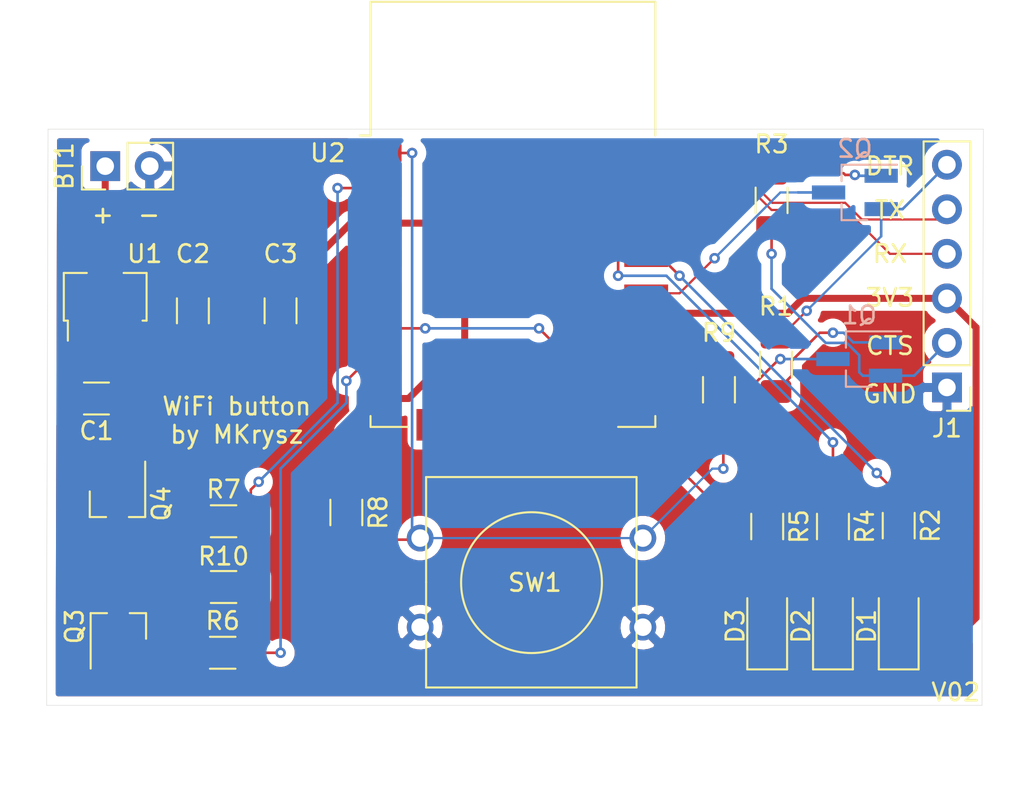
<source format=kicad_pcb>
(kicad_pcb (version 20171130) (host pcbnew "(5.1.10)-1")

  (general
    (thickness 1.6)
    (drawings 16)
    (tracks 153)
    (zones 0)
    (modules 25)
    (nets 24)
  )

  (page A4)
  (title_block
    (title web_button)
    (date 2021-10-04)
    (rev v02)
  )

  (layers
    (0 F.Cu signal)
    (31 B.Cu signal)
    (32 B.Adhes user)
    (33 F.Adhes user)
    (34 B.Paste user)
    (35 F.Paste user)
    (36 B.SilkS user)
    (37 F.SilkS user)
    (38 B.Mask user)
    (39 F.Mask user)
    (40 Dwgs.User user)
    (41 Cmts.User user)
    (42 Eco1.User user)
    (43 Eco2.User user)
    (44 Edge.Cuts user)
    (45 Margin user)
    (46 B.CrtYd user)
    (47 F.CrtYd user)
    (48 B.Fab user)
    (49 F.Fab user hide)
  )

  (setup
    (last_trace_width 0.15)
    (user_trace_width 0.15)
    (user_trace_width 0.2)
    (user_trace_width 0.4)
    (user_trace_width 0.6)
    (trace_clearance 0.127)
    (zone_clearance 0.508)
    (zone_45_only no)
    (trace_min 0.127)
    (via_size 0.6)
    (via_drill 0.3)
    (via_min_size 0.6)
    (via_min_drill 0.3)
    (user_via 0.6 0.3)
    (user_via 0.9 0.4)
    (uvia_size 0.6858)
    (uvia_drill 0.3302)
    (uvias_allowed no)
    (uvia_min_size 0)
    (uvia_min_drill 0)
    (edge_width 0.05)
    (segment_width 0.2)
    (pcb_text_width 0.3)
    (pcb_text_size 1.5 1.5)
    (mod_edge_width 0.12)
    (mod_text_size 1 1)
    (mod_text_width 0.15)
    (pad_size 1.524 1.524)
    (pad_drill 0.762)
    (pad_to_mask_clearance 0)
    (solder_mask_min_width 0.12)
    (aux_axis_origin 0 0)
    (visible_elements 7FFFFFFF)
    (pcbplotparams
      (layerselection 0x010fc_ffffffff)
      (usegerberextensions true)
      (usegerberattributes false)
      (usegerberadvancedattributes false)
      (creategerberjobfile false)
      (excludeedgelayer true)
      (linewidth 0.100000)
      (plotframeref false)
      (viasonmask false)
      (mode 1)
      (useauxorigin false)
      (hpglpennumber 1)
      (hpglpenspeed 20)
      (hpglpendiameter 15.000000)
      (psnegative false)
      (psa4output false)
      (plotreference true)
      (plotvalue false)
      (plotinvisibletext false)
      (padsonsilk false)
      (subtractmaskfromsilk true)
      (outputformat 1)
      (mirror false)
      (drillshape 0)
      (scaleselection 1)
      (outputdirectory "Gerbers/"))
  )

  (net 0 "")
  (net 1 GND)
  (net 2 +3V3)
  (net 3 "Net-(D1-Pad2)")
  (net 4 "Net-(D2-Pad2)")
  (net 5 "Net-(D3-Pad2)")
  (net 6 /TX)
  (net 7 /RX)
  (net 8 /boot_sel)
  (net 9 /~RST)
  (net 10 /rLed)
  (net 11 /bLed)
  (net 12 /gLed)
  (net 13 +BATT)
  (net 14 "Net-(Q1-Pad1)")
  (net 15 /DTR)
  (net 16 /CTS)
  (net 17 "Net-(Q2-Pad1)")
  (net 18 "Net-(R9-Pad1)")
  (net 19 "Net-(Q3-Pad3)")
  (net 20 "Net-(Q3-Pad1)")
  (net 21 /ADC_EN)
  (net 22 /ADC_IN)
  (net 23 "Net-(Q4-Pad3)")

  (net_class Default "This is the default net class."
    (clearance 0.127)
    (trace_width 0.127)
    (via_dia 0.6)
    (via_drill 0.3)
    (uvia_dia 0.6858)
    (uvia_drill 0.3302)
    (diff_pair_width 0.1524)
    (diff_pair_gap 0.254)
    (add_net +3V3)
    (add_net +BATT)
    (add_net /ADC_EN)
    (add_net /ADC_IN)
    (add_net /CTS)
    (add_net /DTR)
    (add_net /RX)
    (add_net /TX)
    (add_net /bLed)
    (add_net /boot_sel)
    (add_net /gLed)
    (add_net /rLed)
    (add_net /~RST)
    (add_net GND)
    (add_net "Net-(D1-Pad2)")
    (add_net "Net-(D2-Pad2)")
    (add_net "Net-(D3-Pad2)")
    (add_net "Net-(Q1-Pad1)")
    (add_net "Net-(Q2-Pad1)")
    (add_net "Net-(Q3-Pad1)")
    (add_net "Net-(Q3-Pad3)")
    (add_net "Net-(Q4-Pad3)")
    (add_net "Net-(R9-Pad1)")
  )

  (module Resistor_SMD:R_1206_3216Metric_Pad1.30x1.75mm_HandSolder (layer F.Cu) (tedit 5F68FEEE) (tstamp 61A8069C)
    (at 88.75 66.75 180)
    (descr "Resistor SMD 1206 (3216 Metric), square (rectangular) end terminal, IPC_7351 nominal with elongated pad for handsoldering. (Body size source: IPC-SM-782 page 72, https://www.pcb-3d.com/wordpress/wp-content/uploads/ipc-sm-782a_amendment_1_and_2.pdf), generated with kicad-footprint-generator")
    (tags "resistor handsolder")
    (path /61A8D04D)
    (attr smd)
    (fp_text reference R10 (at 0 1.75) (layer F.SilkS)
      (effects (font (size 1 1) (thickness 0.15)))
    )
    (fp_text value 10K (at 0 1.82) (layer F.Fab)
      (effects (font (size 1 1) (thickness 0.15)))
    )
    (fp_line (start 2.45 1.12) (end -2.45 1.12) (layer F.CrtYd) (width 0.05))
    (fp_line (start 2.45 -1.12) (end 2.45 1.12) (layer F.CrtYd) (width 0.05))
    (fp_line (start -2.45 -1.12) (end 2.45 -1.12) (layer F.CrtYd) (width 0.05))
    (fp_line (start -2.45 1.12) (end -2.45 -1.12) (layer F.CrtYd) (width 0.05))
    (fp_line (start -0.727064 0.91) (end 0.727064 0.91) (layer F.SilkS) (width 0.12))
    (fp_line (start -0.727064 -0.91) (end 0.727064 -0.91) (layer F.SilkS) (width 0.12))
    (fp_line (start 1.6 0.8) (end -1.6 0.8) (layer F.Fab) (width 0.1))
    (fp_line (start 1.6 -0.8) (end 1.6 0.8) (layer F.Fab) (width 0.1))
    (fp_line (start -1.6 -0.8) (end 1.6 -0.8) (layer F.Fab) (width 0.1))
    (fp_line (start -1.6 0.8) (end -1.6 -0.8) (layer F.Fab) (width 0.1))
    (fp_text user %R (at 0 0) (layer F.Fab)
      (effects (font (size 0.8 0.8) (thickness 0.12)))
    )
    (pad 2 smd roundrect (at 1.55 0 180) (size 1.3 1.75) (layers F.Cu F.Paste F.Mask) (roundrect_rratio 0.192308)
      (net 1 GND))
    (pad 1 smd roundrect (at -1.55 0 180) (size 1.3 1.75) (layers F.Cu F.Paste F.Mask) (roundrect_rratio 0.192308)
      (net 22 /ADC_IN))
    (model ${KISYS3DMOD}/Resistor_SMD.3dshapes/R_1206_3216Metric.wrl
      (at (xyz 0 0 0))
      (scale (xyz 1 1 1))
      (rotate (xyz 0 0 0))
    )
  )

  (module Resistor_SMD:R_1206_3216Metric_Pad1.30x1.75mm_HandSolder (layer F.Cu) (tedit 5F68FEEE) (tstamp 61A8064B)
    (at 88.75 63)
    (descr "Resistor SMD 1206 (3216 Metric), square (rectangular) end terminal, IPC_7351 nominal with elongated pad for handsoldering. (Body size source: IPC-SM-782 page 72, https://www.pcb-3d.com/wordpress/wp-content/uploads/ipc-sm-782a_amendment_1_and_2.pdf), generated with kicad-footprint-generator")
    (tags "resistor handsolder")
    (path /61A8AAFD)
    (attr smd)
    (fp_text reference R7 (at 0 -1.82) (layer F.SilkS)
      (effects (font (size 1 1) (thickness 0.15)))
    )
    (fp_text value 47K (at 0 1.82) (layer F.Fab)
      (effects (font (size 1 1) (thickness 0.15)))
    )
    (fp_line (start 2.45 1.12) (end -2.45 1.12) (layer F.CrtYd) (width 0.05))
    (fp_line (start 2.45 -1.12) (end 2.45 1.12) (layer F.CrtYd) (width 0.05))
    (fp_line (start -2.45 -1.12) (end 2.45 -1.12) (layer F.CrtYd) (width 0.05))
    (fp_line (start -2.45 1.12) (end -2.45 -1.12) (layer F.CrtYd) (width 0.05))
    (fp_line (start -0.727064 0.91) (end 0.727064 0.91) (layer F.SilkS) (width 0.12))
    (fp_line (start -0.727064 -0.91) (end 0.727064 -0.91) (layer F.SilkS) (width 0.12))
    (fp_line (start 1.6 0.8) (end -1.6 0.8) (layer F.Fab) (width 0.1))
    (fp_line (start 1.6 -0.8) (end 1.6 0.8) (layer F.Fab) (width 0.1))
    (fp_line (start -1.6 -0.8) (end 1.6 -0.8) (layer F.Fab) (width 0.1))
    (fp_line (start -1.6 0.8) (end -1.6 -0.8) (layer F.Fab) (width 0.1))
    (fp_text user %R (at 0 0) (layer F.Fab)
      (effects (font (size 0.8 0.8) (thickness 0.12)))
    )
    (pad 2 smd roundrect (at 1.55 0) (size 1.3 1.75) (layers F.Cu F.Paste F.Mask) (roundrect_rratio 0.192308)
      (net 22 /ADC_IN))
    (pad 1 smd roundrect (at -1.55 0) (size 1.3 1.75) (layers F.Cu F.Paste F.Mask) (roundrect_rratio 0.192308)
      (net 23 "Net-(Q4-Pad3)"))
    (model ${KISYS3DMOD}/Resistor_SMD.3dshapes/R_1206_3216Metric.wrl
      (at (xyz 0 0 0))
      (scale (xyz 1 1 1))
      (rotate (xyz 0 0 0))
    )
  )

  (module Resistor_SMD:R_1206_3216Metric_Pad1.30x1.75mm_HandSolder (layer F.Cu) (tedit 5F68FEEE) (tstamp 61A8063A)
    (at 88.7 70.5)
    (descr "Resistor SMD 1206 (3216 Metric), square (rectangular) end terminal, IPC_7351 nominal with elongated pad for handsoldering. (Body size source: IPC-SM-782 page 72, https://www.pcb-3d.com/wordpress/wp-content/uploads/ipc-sm-782a_amendment_1_and_2.pdf), generated with kicad-footprint-generator")
    (tags "resistor handsolder")
    (path /61A976CE)
    (attr smd)
    (fp_text reference R6 (at 0 -1.82) (layer F.SilkS)
      (effects (font (size 1 1) (thickness 0.15)))
    )
    (fp_text value 47K (at 0 1.82) (layer F.Fab)
      (effects (font (size 1 1) (thickness 0.15)))
    )
    (fp_line (start 2.45 1.12) (end -2.45 1.12) (layer F.CrtYd) (width 0.05))
    (fp_line (start 2.45 -1.12) (end 2.45 1.12) (layer F.CrtYd) (width 0.05))
    (fp_line (start -2.45 -1.12) (end 2.45 -1.12) (layer F.CrtYd) (width 0.05))
    (fp_line (start -2.45 1.12) (end -2.45 -1.12) (layer F.CrtYd) (width 0.05))
    (fp_line (start -0.727064 0.91) (end 0.727064 0.91) (layer F.SilkS) (width 0.12))
    (fp_line (start -0.727064 -0.91) (end 0.727064 -0.91) (layer F.SilkS) (width 0.12))
    (fp_line (start 1.6 0.8) (end -1.6 0.8) (layer F.Fab) (width 0.1))
    (fp_line (start 1.6 -0.8) (end 1.6 0.8) (layer F.Fab) (width 0.1))
    (fp_line (start -1.6 -0.8) (end 1.6 -0.8) (layer F.Fab) (width 0.1))
    (fp_line (start -1.6 0.8) (end -1.6 -0.8) (layer F.Fab) (width 0.1))
    (fp_text user %R (at 0 0) (layer F.Fab)
      (effects (font (size 0.8 0.8) (thickness 0.12)))
    )
    (pad 2 smd roundrect (at 1.55 0) (size 1.3 1.75) (layers F.Cu F.Paste F.Mask) (roundrect_rratio 0.192308)
      (net 21 /ADC_EN))
    (pad 1 smd roundrect (at -1.55 0) (size 1.3 1.75) (layers F.Cu F.Paste F.Mask) (roundrect_rratio 0.192308)
      (net 20 "Net-(Q3-Pad1)"))
    (model ${KISYS3DMOD}/Resistor_SMD.3dshapes/R_1206_3216Metric.wrl
      (at (xyz 0 0 0))
      (scale (xyz 1 1 1))
      (rotate (xyz 0 0 0))
    )
  )

  (module Package_TO_SOT_SMD:SOT-23_Handsoldering (layer F.Cu) (tedit 5A0AB76C) (tstamp 61A80589)
    (at 82.7 62 270)
    (descr "SOT-23, Handsoldering")
    (tags SOT-23)
    (path /61A825D7)
    (attr smd)
    (fp_text reference Q4 (at 0 -2.5 90) (layer F.SilkS)
      (effects (font (size 1 1) (thickness 0.15)))
    )
    (fp_text value MMBT3906 (at 0 2.5 90) (layer F.Fab)
      (effects (font (size 1 1) (thickness 0.15)))
    )
    (fp_line (start 0.76 1.58) (end -0.7 1.58) (layer F.SilkS) (width 0.12))
    (fp_line (start -0.7 1.52) (end 0.7 1.52) (layer F.Fab) (width 0.1))
    (fp_line (start 0.7 -1.52) (end 0.7 1.52) (layer F.Fab) (width 0.1))
    (fp_line (start -0.7 -0.95) (end -0.15 -1.52) (layer F.Fab) (width 0.1))
    (fp_line (start -0.15 -1.52) (end 0.7 -1.52) (layer F.Fab) (width 0.1))
    (fp_line (start -0.7 -0.95) (end -0.7 1.5) (layer F.Fab) (width 0.1))
    (fp_line (start 0.76 -1.58) (end -2.4 -1.58) (layer F.SilkS) (width 0.12))
    (fp_line (start -2.7 1.75) (end -2.7 -1.75) (layer F.CrtYd) (width 0.05))
    (fp_line (start 2.7 1.75) (end -2.7 1.75) (layer F.CrtYd) (width 0.05))
    (fp_line (start 2.7 -1.75) (end 2.7 1.75) (layer F.CrtYd) (width 0.05))
    (fp_line (start -2.7 -1.75) (end 2.7 -1.75) (layer F.CrtYd) (width 0.05))
    (fp_line (start 0.76 -1.58) (end 0.76 -0.65) (layer F.SilkS) (width 0.12))
    (fp_line (start 0.76 1.58) (end 0.76 0.65) (layer F.SilkS) (width 0.12))
    (fp_text user %R (at 0 0) (layer F.Fab)
      (effects (font (size 0.5 0.5) (thickness 0.075)))
    )
    (pad 3 smd rect (at 1.5 0 270) (size 1.9 0.8) (layers F.Cu F.Paste F.Mask)
      (net 23 "Net-(Q4-Pad3)"))
    (pad 2 smd rect (at -1.5 0.95 270) (size 1.9 0.8) (layers F.Cu F.Paste F.Mask)
      (net 13 +BATT))
    (pad 1 smd rect (at -1.5 -0.95 270) (size 1.9 0.8) (layers F.Cu F.Paste F.Mask)
      (net 19 "Net-(Q3-Pad3)"))
    (model ${KISYS3DMOD}/Package_TO_SOT_SMD.3dshapes/SOT-23.wrl
      (at (xyz 0 0 0))
      (scale (xyz 1 1 1))
      (rotate (xyz 0 0 0))
    )
  )

  (module Package_TO_SOT_SMD:SOT-23_Handsoldering (layer F.Cu) (tedit 5A0AB76C) (tstamp 61A80574)
    (at 82.75 69 90)
    (descr "SOT-23, Handsoldering")
    (tags SOT-23)
    (path /61A85704)
    (attr smd)
    (fp_text reference Q3 (at 0 -2.5 90) (layer F.SilkS)
      (effects (font (size 1 1) (thickness 0.15)))
    )
    (fp_text value MMBT3904 (at 0 2.5 90) (layer F.Fab)
      (effects (font (size 1 1) (thickness 0.15)))
    )
    (fp_line (start 0.76 1.58) (end -0.7 1.58) (layer F.SilkS) (width 0.12))
    (fp_line (start -0.7 1.52) (end 0.7 1.52) (layer F.Fab) (width 0.1))
    (fp_line (start 0.7 -1.52) (end 0.7 1.52) (layer F.Fab) (width 0.1))
    (fp_line (start -0.7 -0.95) (end -0.15 -1.52) (layer F.Fab) (width 0.1))
    (fp_line (start -0.15 -1.52) (end 0.7 -1.52) (layer F.Fab) (width 0.1))
    (fp_line (start -0.7 -0.95) (end -0.7 1.5) (layer F.Fab) (width 0.1))
    (fp_line (start 0.76 -1.58) (end -2.4 -1.58) (layer F.SilkS) (width 0.12))
    (fp_line (start -2.7 1.75) (end -2.7 -1.75) (layer F.CrtYd) (width 0.05))
    (fp_line (start 2.7 1.75) (end -2.7 1.75) (layer F.CrtYd) (width 0.05))
    (fp_line (start 2.7 -1.75) (end 2.7 1.75) (layer F.CrtYd) (width 0.05))
    (fp_line (start -2.7 -1.75) (end 2.7 -1.75) (layer F.CrtYd) (width 0.05))
    (fp_line (start 0.76 -1.58) (end 0.76 -0.65) (layer F.SilkS) (width 0.12))
    (fp_line (start 0.76 1.58) (end 0.76 0.65) (layer F.SilkS) (width 0.12))
    (fp_text user %R (at 0 0) (layer F.Fab)
      (effects (font (size 0.5 0.5) (thickness 0.075)))
    )
    (pad 3 smd rect (at 1.5 0 90) (size 1.9 0.8) (layers F.Cu F.Paste F.Mask)
      (net 19 "Net-(Q3-Pad3)"))
    (pad 2 smd rect (at -1.5 0.95 90) (size 1.9 0.8) (layers F.Cu F.Paste F.Mask)
      (net 1 GND))
    (pad 1 smd rect (at -1.5 -0.95 90) (size 1.9 0.8) (layers F.Cu F.Paste F.Mask)
      (net 20 "Net-(Q3-Pad1)"))
    (model ${KISYS3DMOD}/Package_TO_SOT_SMD.3dshapes/SOT-23.wrl
      (at (xyz 0 0 0))
      (scale (xyz 1 1 1))
      (rotate (xyz 0 0 0))
    )
  )

  (module Package_TO_SOT_SMD:SOT-23_Handsoldering (layer B.Cu) (tedit 5A0AB76C) (tstamp 61A7CB94)
    (at 125 53.75 180)
    (descr "SOT-23, Handsoldering")
    (tags SOT-23)
    (path /61A866DD)
    (attr smd)
    (fp_text reference Q1 (at 0 2.5) (layer B.SilkS)
      (effects (font (size 1 1) (thickness 0.15)) (justify mirror))
    )
    (fp_text value MMBT3904 (at 0 -2.5) (layer B.Fab)
      (effects (font (size 1 1) (thickness 0.15)) (justify mirror))
    )
    (fp_line (start 0.76 -1.58) (end 0.76 -0.65) (layer B.SilkS) (width 0.12))
    (fp_line (start 0.76 1.58) (end 0.76 0.65) (layer B.SilkS) (width 0.12))
    (fp_line (start -2.7 1.75) (end 2.7 1.75) (layer B.CrtYd) (width 0.05))
    (fp_line (start 2.7 1.75) (end 2.7 -1.75) (layer B.CrtYd) (width 0.05))
    (fp_line (start 2.7 -1.75) (end -2.7 -1.75) (layer B.CrtYd) (width 0.05))
    (fp_line (start -2.7 -1.75) (end -2.7 1.75) (layer B.CrtYd) (width 0.05))
    (fp_line (start 0.76 1.58) (end -2.4 1.58) (layer B.SilkS) (width 0.12))
    (fp_line (start -0.7 0.95) (end -0.7 -1.5) (layer B.Fab) (width 0.1))
    (fp_line (start -0.15 1.52) (end 0.7 1.52) (layer B.Fab) (width 0.1))
    (fp_line (start -0.7 0.95) (end -0.15 1.52) (layer B.Fab) (width 0.1))
    (fp_line (start 0.7 1.52) (end 0.7 -1.52) (layer B.Fab) (width 0.1))
    (fp_line (start -0.7 -1.52) (end 0.7 -1.52) (layer B.Fab) (width 0.1))
    (fp_line (start 0.76 -1.58) (end -0.7 -1.58) (layer B.SilkS) (width 0.12))
    (fp_text user %R (at 0 0 -90) (layer B.Fab)
      (effects (font (size 0.5 0.5) (thickness 0.075)) (justify mirror))
    )
    (pad 3 smd rect (at 1.5 0 180) (size 1.9 0.8) (layers B.Cu B.Paste B.Mask)
      (net 9 /~RST))
    (pad 2 smd rect (at -1.5 -0.95 180) (size 1.9 0.8) (layers B.Cu B.Paste B.Mask)
      (net 16 /CTS))
    (pad 1 smd rect (at -1.5 0.95 180) (size 1.9 0.8) (layers B.Cu B.Paste B.Mask)
      (net 14 "Net-(Q1-Pad1)"))
    (model ${KISYS3DMOD}/Package_TO_SOT_SMD.3dshapes/SOT-23.wrl
      (at (xyz 0 0 0))
      (scale (xyz 1 1 1))
      (rotate (xyz 0 0 0))
    )
  )

  (module Package_TO_SOT_SMD:SOT-23_Handsoldering (layer B.Cu) (tedit 5A0AB76C) (tstamp 61A7CBA9)
    (at 124.75 44.25 180)
    (descr "SOT-23, Handsoldering")
    (tags SOT-23)
    (path /61A87036)
    (attr smd)
    (fp_text reference Q2 (at 0 2.5) (layer B.SilkS)
      (effects (font (size 1 1) (thickness 0.15)) (justify mirror))
    )
    (fp_text value MMBT3904 (at 0 -2.5) (layer B.Fab)
      (effects (font (size 1 1) (thickness 0.15)) (justify mirror))
    )
    (fp_line (start 0.76 -1.58) (end 0.76 -0.65) (layer B.SilkS) (width 0.12))
    (fp_line (start 0.76 1.58) (end 0.76 0.65) (layer B.SilkS) (width 0.12))
    (fp_line (start -2.7 1.75) (end 2.7 1.75) (layer B.CrtYd) (width 0.05))
    (fp_line (start 2.7 1.75) (end 2.7 -1.75) (layer B.CrtYd) (width 0.05))
    (fp_line (start 2.7 -1.75) (end -2.7 -1.75) (layer B.CrtYd) (width 0.05))
    (fp_line (start -2.7 -1.75) (end -2.7 1.75) (layer B.CrtYd) (width 0.05))
    (fp_line (start 0.76 1.58) (end -2.4 1.58) (layer B.SilkS) (width 0.12))
    (fp_line (start -0.7 0.95) (end -0.7 -1.5) (layer B.Fab) (width 0.1))
    (fp_line (start -0.15 1.52) (end 0.7 1.52) (layer B.Fab) (width 0.1))
    (fp_line (start -0.7 0.95) (end -0.15 1.52) (layer B.Fab) (width 0.1))
    (fp_line (start 0.7 1.52) (end 0.7 -1.52) (layer B.Fab) (width 0.1))
    (fp_line (start -0.7 -1.52) (end 0.7 -1.52) (layer B.Fab) (width 0.1))
    (fp_line (start 0.76 -1.58) (end -0.7 -1.58) (layer B.SilkS) (width 0.12))
    (fp_text user %R (at 0 0 -90) (layer B.Fab)
      (effects (font (size 0.5 0.5) (thickness 0.075)) (justify mirror))
    )
    (pad 3 smd rect (at 1.5 0 180) (size 1.9 0.8) (layers B.Cu B.Paste B.Mask)
      (net 8 /boot_sel))
    (pad 2 smd rect (at -1.5 -0.95 180) (size 1.9 0.8) (layers B.Cu B.Paste B.Mask)
      (net 15 /DTR))
    (pad 1 smd rect (at -1.5 0.95 180) (size 1.9 0.8) (layers B.Cu B.Paste B.Mask)
      (net 17 "Net-(Q2-Pad1)"))
    (model ${KISYS3DMOD}/Package_TO_SOT_SMD.3dshapes/SOT-23.wrl
      (at (xyz 0 0 0))
      (scale (xyz 1 1 1))
      (rotate (xyz 0 0 0))
    )
  )

  (module custom_buttons_switches:sw_push_12_x_12_mm (layer F.Cu) (tedit 61A7BF00) (tstamp 61A7CC3A)
    (at 102.5 66.5)
    (path /6186E11D)
    (fp_text reference SW1 (at 4 0) (layer F.SilkS)
      (effects (font (size 1 1) (thickness 0.15)))
    )
    (fp_text value SW_Push (at 5.25 -8.9) (layer F.Fab)
      (effects (font (size 1 1) (thickness 0.15)))
    )
    (fp_line (start -2.2 5.98) (end -2.2 -0.02) (layer F.SilkS) (width 0.12))
    (fp_line (start 9.8 5.98) (end -2.2 5.98) (layer F.SilkS) (width 0.12))
    (fp_line (start 9.8 -6.02) (end 9.8 5.98) (layer F.SilkS) (width 0.12))
    (fp_line (start -2.2 -6.02) (end 9.8 -6.02) (layer F.SilkS) (width 0.12))
    (fp_line (start -2.2 -0.02) (end -2.2 -6.02) (layer F.SilkS) (width 0.12))
    (fp_circle (center 3.81 0) (end 5.08 -3.81) (layer F.SilkS) (width 0.12))
    (pad 1 thru_hole circle (at 10.16 2.54) (size 1.524 1.524) (drill 1) (layers *.Cu *.Mask)
      (net 1 GND))
    (pad 2 thru_hole circle (at 10.16 -2.54) (size 1.524 1.524) (drill 1) (layers *.Cu *.Mask)
      (net 9 /~RST))
    (pad 2 thru_hole circle (at -2.54 -2.54) (size 1.524 1.524) (drill 1) (layers *.Cu *.Mask)
      (net 9 /~RST))
    (pad 1 thru_hole circle (at -2.54 2.54) (size 1.524 1.524) (drill 1) (layers *.Cu *.Mask)
      (net 1 GND))
  )

  (module LED_SMD:LED_1206_3216Metric_Pad1.42x1.75mm_HandSolder (layer F.Cu) (tedit 5F68FEF1) (tstamp 61A7CB65)
    (at 119.75 68.9875 90)
    (descr "LED SMD 1206 (3216 Metric), square (rectangular) end terminal, IPC_7351 nominal, (Body size source: http://www.tortai-tech.com/upload/download/2011102023233369053.pdf), generated with kicad-footprint-generator")
    (tags "LED handsolder")
    (path /616C2103)
    (attr smd)
    (fp_text reference D3 (at 0 -1.82 90) (layer F.SilkS)
      (effects (font (size 1 1) (thickness 0.15)))
    )
    (fp_text value Green (at 0 1.82 90) (layer F.Fab)
      (effects (font (size 1 1) (thickness 0.15)))
    )
    (fp_line (start 1.6 -0.8) (end -1.2 -0.8) (layer F.Fab) (width 0.1))
    (fp_line (start -1.2 -0.8) (end -1.6 -0.4) (layer F.Fab) (width 0.1))
    (fp_line (start -1.6 -0.4) (end -1.6 0.8) (layer F.Fab) (width 0.1))
    (fp_line (start -1.6 0.8) (end 1.6 0.8) (layer F.Fab) (width 0.1))
    (fp_line (start 1.6 0.8) (end 1.6 -0.8) (layer F.Fab) (width 0.1))
    (fp_line (start 1.6 -1.135) (end -2.46 -1.135) (layer F.SilkS) (width 0.12))
    (fp_line (start -2.46 -1.135) (end -2.46 1.135) (layer F.SilkS) (width 0.12))
    (fp_line (start -2.46 1.135) (end 1.6 1.135) (layer F.SilkS) (width 0.12))
    (fp_line (start -2.45 1.12) (end -2.45 -1.12) (layer F.CrtYd) (width 0.05))
    (fp_line (start -2.45 -1.12) (end 2.45 -1.12) (layer F.CrtYd) (width 0.05))
    (fp_line (start 2.45 -1.12) (end 2.45 1.12) (layer F.CrtYd) (width 0.05))
    (fp_line (start 2.45 1.12) (end -2.45 1.12) (layer F.CrtYd) (width 0.05))
    (fp_text user %R (at 0 0 90) (layer F.Fab)
      (effects (font (size 0.8 0.8) (thickness 0.12)))
    )
    (pad 2 smd roundrect (at 1.4875 0 90) (size 1.425 1.75) (layers F.Cu F.Paste F.Mask) (roundrect_rratio 0.175439)
      (net 5 "Net-(D3-Pad2)"))
    (pad 1 smd roundrect (at -1.4875 0 90) (size 1.425 1.75) (layers F.Cu F.Paste F.Mask) (roundrect_rratio 0.175439)
      (net 2 +3V3))
    (model ${KISYS3DMOD}/LED_SMD.3dshapes/LED_1206_3216Metric.wrl
      (at (xyz 0 0 0))
      (scale (xyz 1 1 1))
      (rotate (xyz 0 0 0))
    )
  )

  (module LED_SMD:LED_1206_3216Metric_Pad1.42x1.75mm_HandSolder (layer F.Cu) (tedit 5F68FEF1) (tstamp 61A7CB52)
    (at 123.5 68.9875 90)
    (descr "LED SMD 1206 (3216 Metric), square (rectangular) end terminal, IPC_7351 nominal, (Body size source: http://www.tortai-tech.com/upload/download/2011102023233369053.pdf), generated with kicad-footprint-generator")
    (tags "LED handsolder")
    (path /61A775E9)
    (attr smd)
    (fp_text reference D2 (at 0 -1.82 90) (layer F.SilkS)
      (effects (font (size 1 1) (thickness 0.15)))
    )
    (fp_text value Green (at 0 1.82 90) (layer F.Fab)
      (effects (font (size 1 1) (thickness 0.15)))
    )
    (fp_line (start 1.6 -0.8) (end -1.2 -0.8) (layer F.Fab) (width 0.1))
    (fp_line (start -1.2 -0.8) (end -1.6 -0.4) (layer F.Fab) (width 0.1))
    (fp_line (start -1.6 -0.4) (end -1.6 0.8) (layer F.Fab) (width 0.1))
    (fp_line (start -1.6 0.8) (end 1.6 0.8) (layer F.Fab) (width 0.1))
    (fp_line (start 1.6 0.8) (end 1.6 -0.8) (layer F.Fab) (width 0.1))
    (fp_line (start 1.6 -1.135) (end -2.46 -1.135) (layer F.SilkS) (width 0.12))
    (fp_line (start -2.46 -1.135) (end -2.46 1.135) (layer F.SilkS) (width 0.12))
    (fp_line (start -2.46 1.135) (end 1.6 1.135) (layer F.SilkS) (width 0.12))
    (fp_line (start -2.45 1.12) (end -2.45 -1.12) (layer F.CrtYd) (width 0.05))
    (fp_line (start -2.45 -1.12) (end 2.45 -1.12) (layer F.CrtYd) (width 0.05))
    (fp_line (start 2.45 -1.12) (end 2.45 1.12) (layer F.CrtYd) (width 0.05))
    (fp_line (start 2.45 1.12) (end -2.45 1.12) (layer F.CrtYd) (width 0.05))
    (fp_text user %R (at 0 0 90) (layer F.Fab)
      (effects (font (size 0.8 0.8) (thickness 0.12)))
    )
    (pad 2 smd roundrect (at 1.4875 0 90) (size 1.425 1.75) (layers F.Cu F.Paste F.Mask) (roundrect_rratio 0.175439)
      (net 4 "Net-(D2-Pad2)"))
    (pad 1 smd roundrect (at -1.4875 0 90) (size 1.425 1.75) (layers F.Cu F.Paste F.Mask) (roundrect_rratio 0.175439)
      (net 2 +3V3))
    (model ${KISYS3DMOD}/LED_SMD.3dshapes/LED_1206_3216Metric.wrl
      (at (xyz 0 0 0))
      (scale (xyz 1 1 1))
      (rotate (xyz 0 0 0))
    )
  )

  (module LED_SMD:LED_1206_3216Metric_Pad1.42x1.75mm_HandSolder (layer F.Cu) (tedit 5F68FEF1) (tstamp 61A7CB3F)
    (at 127.25 68.9875 90)
    (descr "LED SMD 1206 (3216 Metric), square (rectangular) end terminal, IPC_7351 nominal, (Body size source: http://www.tortai-tech.com/upload/download/2011102023233369053.pdf), generated with kicad-footprint-generator")
    (tags "LED handsolder")
    (path /6158B3CB)
    (attr smd)
    (fp_text reference D1 (at 0 -1.82 90) (layer F.SilkS)
      (effects (font (size 1 1) (thickness 0.15)))
    )
    (fp_text value Red (at 0 1.82 90) (layer F.Fab)
      (effects (font (size 1 1) (thickness 0.15)))
    )
    (fp_line (start 1.6 -0.8) (end -1.2 -0.8) (layer F.Fab) (width 0.1))
    (fp_line (start -1.2 -0.8) (end -1.6 -0.4) (layer F.Fab) (width 0.1))
    (fp_line (start -1.6 -0.4) (end -1.6 0.8) (layer F.Fab) (width 0.1))
    (fp_line (start -1.6 0.8) (end 1.6 0.8) (layer F.Fab) (width 0.1))
    (fp_line (start 1.6 0.8) (end 1.6 -0.8) (layer F.Fab) (width 0.1))
    (fp_line (start 1.6 -1.135) (end -2.46 -1.135) (layer F.SilkS) (width 0.12))
    (fp_line (start -2.46 -1.135) (end -2.46 1.135) (layer F.SilkS) (width 0.12))
    (fp_line (start -2.46 1.135) (end 1.6 1.135) (layer F.SilkS) (width 0.12))
    (fp_line (start -2.45 1.12) (end -2.45 -1.12) (layer F.CrtYd) (width 0.05))
    (fp_line (start -2.45 -1.12) (end 2.45 -1.12) (layer F.CrtYd) (width 0.05))
    (fp_line (start 2.45 -1.12) (end 2.45 1.12) (layer F.CrtYd) (width 0.05))
    (fp_line (start 2.45 1.12) (end -2.45 1.12) (layer F.CrtYd) (width 0.05))
    (fp_text user %R (at 0 0 90) (layer F.Fab)
      (effects (font (size 0.8 0.8) (thickness 0.12)))
    )
    (pad 2 smd roundrect (at 1.4875 0 90) (size 1.425 1.75) (layers F.Cu F.Paste F.Mask) (roundrect_rratio 0.175439)
      (net 3 "Net-(D1-Pad2)"))
    (pad 1 smd roundrect (at -1.4875 0 90) (size 1.425 1.75) (layers F.Cu F.Paste F.Mask) (roundrect_rratio 0.175439)
      (net 2 +3V3))
    (model ${KISYS3DMOD}/LED_SMD.3dshapes/LED_1206_3216Metric.wrl
      (at (xyz 0 0 0))
      (scale (xyz 1 1 1))
      (rotate (xyz 0 0 0))
    )
  )

  (module RF_Module:ESP-12E (layer F.Cu) (tedit 5A030172) (tstamp 61A7CC8D)
    (at 105.25 45.5)
    (descr "Wi-Fi Module, http://wiki.ai-thinker.com/_media/esp8266/docs/aithinker_esp_12f_datasheet_en.pdf")
    (tags "Wi-Fi Module")
    (path /6158A0EA)
    (attr smd)
    (fp_text reference U2 (at -10.56 -3.5) (layer F.SilkS)
      (effects (font (size 1 1) (thickness 0.15)))
    )
    (fp_text value ESP-12E (at -0.06 -12.78) (layer F.Fab)
      (effects (font (size 1 1) (thickness 0.15)))
    )
    (fp_line (start -8 -12) (end 8 -12) (layer F.Fab) (width 0.12))
    (fp_line (start 8 -12) (end 8 12) (layer F.Fab) (width 0.12))
    (fp_line (start 8 12) (end -8 12) (layer F.Fab) (width 0.12))
    (fp_line (start -8 12) (end -8 -3) (layer F.Fab) (width 0.12))
    (fp_line (start -8 -3) (end -7.5 -3.5) (layer F.Fab) (width 0.12))
    (fp_line (start -7.5 -3.5) (end -8 -4) (layer F.Fab) (width 0.12))
    (fp_line (start -8 -4) (end -8 -12) (layer F.Fab) (width 0.12))
    (fp_line (start -9.05 -12.2) (end 9.05 -12.2) (layer F.CrtYd) (width 0.05))
    (fp_line (start 9.05 -12.2) (end 9.05 13.1) (layer F.CrtYd) (width 0.05))
    (fp_line (start 9.05 13.1) (end -9.05 13.1) (layer F.CrtYd) (width 0.05))
    (fp_line (start -9.05 13.1) (end -9.05 -12.2) (layer F.CrtYd) (width 0.05))
    (fp_line (start -8.12 -12.12) (end 8.12 -12.12) (layer F.SilkS) (width 0.12))
    (fp_line (start 8.12 -12.12) (end 8.12 -4.5) (layer F.SilkS) (width 0.12))
    (fp_line (start 8.12 11.5) (end 8.12 12.12) (layer F.SilkS) (width 0.12))
    (fp_line (start 8.12 12.12) (end 6 12.12) (layer F.SilkS) (width 0.12))
    (fp_line (start -6 12.12) (end -8.12 12.12) (layer F.SilkS) (width 0.12))
    (fp_line (start -8.12 12.12) (end -8.12 11.5) (layer F.SilkS) (width 0.12))
    (fp_line (start -8.12 -4.5) (end -8.12 -12.12) (layer F.SilkS) (width 0.12))
    (fp_line (start -8.12 -4.5) (end -8.73 -4.5) (layer F.SilkS) (width 0.12))
    (fp_line (start -8.12 -12.12) (end 8.12 -12.12) (layer Dwgs.User) (width 0.12))
    (fp_line (start 8.12 -12.12) (end 8.12 -4.8) (layer Dwgs.User) (width 0.12))
    (fp_line (start 8.12 -4.8) (end -8.12 -4.8) (layer Dwgs.User) (width 0.12))
    (fp_line (start -8.12 -4.8) (end -8.12 -12.12) (layer Dwgs.User) (width 0.12))
    (fp_line (start -8.12 -9.12) (end -5.12 -12.12) (layer Dwgs.User) (width 0.12))
    (fp_line (start -8.12 -6.12) (end -2.12 -12.12) (layer Dwgs.User) (width 0.12))
    (fp_line (start -6.44 -4.8) (end 0.88 -12.12) (layer Dwgs.User) (width 0.12))
    (fp_line (start -3.44 -4.8) (end 3.88 -12.12) (layer Dwgs.User) (width 0.12))
    (fp_line (start -0.44 -4.8) (end 6.88 -12.12) (layer Dwgs.User) (width 0.12))
    (fp_line (start 2.56 -4.8) (end 8.12 -10.36) (layer Dwgs.User) (width 0.12))
    (fp_line (start 5.56 -4.8) (end 8.12 -7.36) (layer Dwgs.User) (width 0.12))
    (fp_text user %R (at 0.49 -0.8) (layer F.Fab)
      (effects (font (size 1 1) (thickness 0.15)))
    )
    (fp_text user "KEEP-OUT ZONE" (at 0.03 -9.55 180) (layer Cmts.User)
      (effects (font (size 1 1) (thickness 0.15)))
    )
    (fp_text user Antenna (at -0.06 -7 180) (layer Cmts.User)
      (effects (font (size 1 1) (thickness 0.15)))
    )
    (pad 22 smd rect (at 7.6 -3.5) (size 2.5 1) (layers F.Cu F.Paste F.Mask)
      (net 6 /TX))
    (pad 21 smd rect (at 7.6 -1.5) (size 2.5 1) (layers F.Cu F.Paste F.Mask)
      (net 7 /RX))
    (pad 20 smd rect (at 7.6 0.5) (size 2.5 1) (layers F.Cu F.Paste F.Mask)
      (net 11 /bLed))
    (pad 19 smd rect (at 7.6 2.5) (size 2.5 1) (layers F.Cu F.Paste F.Mask)
      (net 10 /rLed))
    (pad 18 smd rect (at 7.6 4.5) (size 2.5 1) (layers F.Cu F.Paste F.Mask)
      (net 8 /boot_sel))
    (pad 17 smd rect (at 7.6 6.5) (size 2.5 1) (layers F.Cu F.Paste F.Mask))
    (pad 16 smd rect (at 7.6 8.5) (size 2.5 1) (layers F.Cu F.Paste F.Mask)
      (net 18 "Net-(R9-Pad1)"))
    (pad 15 smd rect (at 7.6 10.5) (size 2.5 1) (layers F.Cu F.Paste F.Mask)
      (net 1 GND))
    (pad 14 smd rect (at 5 12) (size 1 1.8) (layers F.Cu F.Paste F.Mask))
    (pad 13 smd rect (at 3 12) (size 1 1.8) (layers F.Cu F.Paste F.Mask))
    (pad 12 smd rect (at 1 12) (size 1 1.8) (layers F.Cu F.Paste F.Mask))
    (pad 11 smd rect (at -1 12) (size 1 1.8) (layers F.Cu F.Paste F.Mask))
    (pad 10 smd rect (at -3 12) (size 1 1.8) (layers F.Cu F.Paste F.Mask))
    (pad 9 smd rect (at -5 12) (size 1 1.8) (layers F.Cu F.Paste F.Mask))
    (pad 8 smd rect (at -7.6 10.5) (size 2.5 1) (layers F.Cu F.Paste F.Mask)
      (net 2 +3V3))
    (pad 7 smd rect (at -7.6 8.5) (size 2.5 1) (layers F.Cu F.Paste F.Mask)
      (net 21 /ADC_EN))
    (pad 6 smd rect (at -7.6 6.5) (size 2.5 1) (layers F.Cu F.Paste F.Mask)
      (net 12 /gLed))
    (pad 5 smd rect (at -7.6 4.5) (size 2.5 1) (layers F.Cu F.Paste F.Mask))
    (pad 4 smd rect (at -7.6 2.5) (size 2.5 1) (layers F.Cu F.Paste F.Mask))
    (pad 3 smd rect (at -7.6 0.5) (size 2.5 1) (layers F.Cu F.Paste F.Mask)
      (net 2 +3V3))
    (pad 2 smd rect (at -7.6 -1.5) (size 2.5 1) (layers F.Cu F.Paste F.Mask)
      (net 22 /ADC_IN))
    (pad 1 smd rect (at -7.6 -3.5) (size 2.5 1) (layers F.Cu F.Paste F.Mask)
      (net 9 /~RST))
    (model ${KISYS3DMOD}/RF_Module.3dshapes/ESP-12E.wrl
      (at (xyz 0 0 0))
      (scale (xyz 1 1 1))
      (rotate (xyz 0 0 0))
    )
  )

  (module Package_TO_SOT_SMD:SOT-89-3_Handsoldering (layer F.Cu) (tedit 5C33D6DD) (tstamp 61A7CC52)
    (at 82 50.5 90)
    (descr "SOT-89-3 Handsoldering")
    (tags "SOT-89-3 Handsoldering")
    (path /6182F77C)
    (attr smd)
    (fp_text reference U1 (at 2.75 2.25 180) (layer F.SilkS)
      (effects (font (size 1 1) (thickness 0.15)))
    )
    (fp_text value HT75xx-1-SOT89 (at 0.3 3.5 90) (layer F.Fab)
      (effects (font (size 1 1) (thickness 0.15)))
    )
    (fp_line (start 1.66 1.05) (end 1.66 2.36) (layer F.SilkS) (width 0.12))
    (fp_line (start 1.66 2.36) (end -1.06 2.36) (layer F.SilkS) (width 0.12))
    (fp_line (start -2.2 -2.13) (end -1.06 -2.13) (layer F.SilkS) (width 0.12))
    (fp_line (start 1.66 -2.36) (end 1.66 -1.05) (layer F.SilkS) (width 0.12))
    (fp_line (start -0.95 -1.25) (end 0.05 -2.25) (layer F.Fab) (width 0.1))
    (fp_line (start 1.55 -2.25) (end 1.55 2.25) (layer F.Fab) (width 0.1))
    (fp_line (start 1.55 2.25) (end -0.95 2.25) (layer F.Fab) (width 0.1))
    (fp_line (start -0.95 2.25) (end -0.95 -1.25) (layer F.Fab) (width 0.1))
    (fp_line (start 0.05 -2.25) (end 1.55 -2.25) (layer F.Fab) (width 0.1))
    (fp_line (start 3.55 -2.5) (end 3.55 2.5) (layer F.CrtYd) (width 0.05))
    (fp_line (start 3.55 -2.5) (end -3.55 -2.5) (layer F.CrtYd) (width 0.05))
    (fp_line (start -3.55 2.5) (end 3.55 2.5) (layer F.CrtYd) (width 0.05))
    (fp_line (start -3.55 2.5) (end -3.55 -2.5) (layer F.CrtYd) (width 0.05))
    (fp_line (start -1.06 -2.36) (end 1.66 -2.36) (layer F.SilkS) (width 0.12))
    (fp_line (start -1.06 -2.36) (end -1.06 -2.13) (layer F.SilkS) (width 0.12))
    (fp_line (start -1.06 2.36) (end -1.06 2.13) (layer F.SilkS) (width 0.12))
    (fp_text user %R (at 0.5 0) (layer F.Fab)
      (effects (font (size 1 1) (thickness 0.15)))
    )
    (pad 2 smd custom (at -2.0625 0 90) (size 2.475 0.9) (layers F.Cu F.Paste F.Mask)
      (net 13 +BATT) (zone_connect 2)
      (options (clearance outline) (anchor rect))
      (primitives
        (gr_poly (pts
           (xy 1.2375 -0.8665) (xy 5.3625 -0.8665) (xy 5.3625 0.8665) (xy 1.2375 0.8665)) (width 0))
      ))
    (pad 3 smd rect (at -2.15 1.5 90) (size 2.3 0.9) (layers F.Cu F.Paste F.Mask)
      (net 2 +3V3))
    (pad 1 smd rect (at -2.15 -1.5 90) (size 2.3 0.9) (layers F.Cu F.Paste F.Mask)
      (net 1 GND))
    (model ${KISYS3DMOD}/Package_TO_SOT_SMD.3dshapes/SOT-89-3.wrl
      (at (xyz 0 0 0))
      (scale (xyz 1 1 1))
      (rotate (xyz 0 0 0))
    )
  )

  (module Resistor_SMD:R_1206_3216Metric_Pad1.30x1.75mm_HandSolder (layer F.Cu) (tedit 5F68FEEE) (tstamp 61A7CC20)
    (at 117 55.5 270)
    (descr "Resistor SMD 1206 (3216 Metric), square (rectangular) end terminal, IPC_7351 nominal with elongated pad for handsoldering. (Body size source: IPC-SM-782 page 72, https://www.pcb-3d.com/wordpress/wp-content/uploads/ipc-sm-782a_amendment_1_and_2.pdf), generated with kicad-footprint-generator")
    (tags "resistor handsolder")
    (path /6185AF6D)
    (attr smd)
    (fp_text reference R9 (at -3.25 0 180) (layer F.SilkS)
      (effects (font (size 1 1) (thickness 0.15)))
    )
    (fp_text value 10K (at 0 1.82 90) (layer F.Fab)
      (effects (font (size 1 1) (thickness 0.15)))
    )
    (fp_line (start -1.6 0.8) (end -1.6 -0.8) (layer F.Fab) (width 0.1))
    (fp_line (start -1.6 -0.8) (end 1.6 -0.8) (layer F.Fab) (width 0.1))
    (fp_line (start 1.6 -0.8) (end 1.6 0.8) (layer F.Fab) (width 0.1))
    (fp_line (start 1.6 0.8) (end -1.6 0.8) (layer F.Fab) (width 0.1))
    (fp_line (start -0.727064 -0.91) (end 0.727064 -0.91) (layer F.SilkS) (width 0.12))
    (fp_line (start -0.727064 0.91) (end 0.727064 0.91) (layer F.SilkS) (width 0.12))
    (fp_line (start -2.45 1.12) (end -2.45 -1.12) (layer F.CrtYd) (width 0.05))
    (fp_line (start -2.45 -1.12) (end 2.45 -1.12) (layer F.CrtYd) (width 0.05))
    (fp_line (start 2.45 -1.12) (end 2.45 1.12) (layer F.CrtYd) (width 0.05))
    (fp_line (start 2.45 1.12) (end -2.45 1.12) (layer F.CrtYd) (width 0.05))
    (fp_text user %R (at 0 0 90) (layer F.Fab)
      (effects (font (size 0.8 0.8) (thickness 0.12)))
    )
    (pad 2 smd roundrect (at 1.55 0 270) (size 1.3 1.75) (layers F.Cu F.Paste F.Mask) (roundrect_rratio 0.192308)
      (net 1 GND))
    (pad 1 smd roundrect (at -1.55 0 270) (size 1.3 1.75) (layers F.Cu F.Paste F.Mask) (roundrect_rratio 0.192308)
      (net 18 "Net-(R9-Pad1)"))
    (model ${KISYS3DMOD}/Resistor_SMD.3dshapes/R_1206_3216Metric.wrl
      (at (xyz 0 0 0))
      (scale (xyz 1 1 1))
      (rotate (xyz 0 0 0))
    )
  )

  (module Resistor_SMD:R_1206_3216Metric_Pad1.30x1.75mm_HandSolder (layer F.Cu) (tedit 5F68FEEE) (tstamp 61A7CC0F)
    (at 95.75 62.5 270)
    (descr "Resistor SMD 1206 (3216 Metric), square (rectangular) end terminal, IPC_7351 nominal with elongated pad for handsoldering. (Body size source: IPC-SM-782 page 72, https://www.pcb-3d.com/wordpress/wp-content/uploads/ipc-sm-782a_amendment_1_and_2.pdf), generated with kicad-footprint-generator")
    (tags "resistor handsolder")
    (path /6184E517)
    (attr smd)
    (fp_text reference R8 (at 0 -1.82 90) (layer F.SilkS)
      (effects (font (size 1 1) (thickness 0.15)))
    )
    (fp_text value 10K (at 0 1.82 90) (layer F.Fab)
      (effects (font (size 1 1) (thickness 0.15)))
    )
    (fp_line (start -1.6 0.8) (end -1.6 -0.8) (layer F.Fab) (width 0.1))
    (fp_line (start -1.6 -0.8) (end 1.6 -0.8) (layer F.Fab) (width 0.1))
    (fp_line (start 1.6 -0.8) (end 1.6 0.8) (layer F.Fab) (width 0.1))
    (fp_line (start 1.6 0.8) (end -1.6 0.8) (layer F.Fab) (width 0.1))
    (fp_line (start -0.727064 -0.91) (end 0.727064 -0.91) (layer F.SilkS) (width 0.12))
    (fp_line (start -0.727064 0.91) (end 0.727064 0.91) (layer F.SilkS) (width 0.12))
    (fp_line (start -2.45 1.12) (end -2.45 -1.12) (layer F.CrtYd) (width 0.05))
    (fp_line (start -2.45 -1.12) (end 2.45 -1.12) (layer F.CrtYd) (width 0.05))
    (fp_line (start 2.45 -1.12) (end 2.45 1.12) (layer F.CrtYd) (width 0.05))
    (fp_line (start 2.45 1.12) (end -2.45 1.12) (layer F.CrtYd) (width 0.05))
    (fp_text user %R (at 0 0 90) (layer F.Fab)
      (effects (font (size 0.8 0.8) (thickness 0.12)))
    )
    (pad 2 smd roundrect (at 1.55 0 270) (size 1.3 1.75) (layers F.Cu F.Paste F.Mask) (roundrect_rratio 0.192308)
      (net 9 /~RST))
    (pad 1 smd roundrect (at -1.55 0 270) (size 1.3 1.75) (layers F.Cu F.Paste F.Mask) (roundrect_rratio 0.192308)
      (net 2 +3V3))
    (model ${KISYS3DMOD}/Resistor_SMD.3dshapes/R_1206_3216Metric.wrl
      (at (xyz 0 0 0))
      (scale (xyz 1 1 1))
      (rotate (xyz 0 0 0))
    )
  )

  (module Resistor_SMD:R_1206_3216Metric_Pad1.30x1.75mm_HandSolder (layer F.Cu) (tedit 5F68FEEE) (tstamp 61A7CBFE)
    (at 119.75 63.300001 270)
    (descr "Resistor SMD 1206 (3216 Metric), square (rectangular) end terminal, IPC_7351 nominal with elongated pad for handsoldering. (Body size source: IPC-SM-782 page 72, https://www.pcb-3d.com/wordpress/wp-content/uploads/ipc-sm-782a_amendment_1_and_2.pdf), generated with kicad-footprint-generator")
    (tags "resistor handsolder")
    (path /616C2109)
    (attr smd)
    (fp_text reference R5 (at 0 -1.82 90) (layer F.SilkS)
      (effects (font (size 1 1) (thickness 0.15)))
    )
    (fp_text value 1K (at 0 1.82 90) (layer F.Fab)
      (effects (font (size 1 1) (thickness 0.15)))
    )
    (fp_line (start -1.6 0.8) (end -1.6 -0.8) (layer F.Fab) (width 0.1))
    (fp_line (start -1.6 -0.8) (end 1.6 -0.8) (layer F.Fab) (width 0.1))
    (fp_line (start 1.6 -0.8) (end 1.6 0.8) (layer F.Fab) (width 0.1))
    (fp_line (start 1.6 0.8) (end -1.6 0.8) (layer F.Fab) (width 0.1))
    (fp_line (start -0.727064 -0.91) (end 0.727064 -0.91) (layer F.SilkS) (width 0.12))
    (fp_line (start -0.727064 0.91) (end 0.727064 0.91) (layer F.SilkS) (width 0.12))
    (fp_line (start -2.45 1.12) (end -2.45 -1.12) (layer F.CrtYd) (width 0.05))
    (fp_line (start -2.45 -1.12) (end 2.45 -1.12) (layer F.CrtYd) (width 0.05))
    (fp_line (start 2.45 -1.12) (end 2.45 1.12) (layer F.CrtYd) (width 0.05))
    (fp_line (start 2.45 1.12) (end -2.45 1.12) (layer F.CrtYd) (width 0.05))
    (fp_text user %R (at 0 0 90) (layer F.Fab)
      (effects (font (size 0.8 0.8) (thickness 0.12)))
    )
    (pad 2 smd roundrect (at 1.55 0 270) (size 1.3 1.75) (layers F.Cu F.Paste F.Mask) (roundrect_rratio 0.192308)
      (net 5 "Net-(D3-Pad2)"))
    (pad 1 smd roundrect (at -1.55 0 270) (size 1.3 1.75) (layers F.Cu F.Paste F.Mask) (roundrect_rratio 0.192308)
      (net 12 /gLed))
    (model ${KISYS3DMOD}/Resistor_SMD.3dshapes/R_1206_3216Metric.wrl
      (at (xyz 0 0 0))
      (scale (xyz 1 1 1))
      (rotate (xyz 0 0 0))
    )
  )

  (module Resistor_SMD:R_1206_3216Metric_Pad1.30x1.75mm_HandSolder (layer F.Cu) (tedit 5F68FEEE) (tstamp 61A7CBED)
    (at 123.5 63.300001 270)
    (descr "Resistor SMD 1206 (3216 Metric), square (rectangular) end terminal, IPC_7351 nominal with elongated pad for handsoldering. (Body size source: IPC-SM-782 page 72, https://www.pcb-3d.com/wordpress/wp-content/uploads/ipc-sm-782a_amendment_1_and_2.pdf), generated with kicad-footprint-generator")
    (tags "resistor handsolder")
    (path /61A775EF)
    (attr smd)
    (fp_text reference R4 (at 0 -1.82 90) (layer F.SilkS)
      (effects (font (size 1 1) (thickness 0.15)))
    )
    (fp_text value 1K (at 0 1.82 90) (layer F.Fab)
      (effects (font (size 1 1) (thickness 0.15)))
    )
    (fp_line (start -1.6 0.8) (end -1.6 -0.8) (layer F.Fab) (width 0.1))
    (fp_line (start -1.6 -0.8) (end 1.6 -0.8) (layer F.Fab) (width 0.1))
    (fp_line (start 1.6 -0.8) (end 1.6 0.8) (layer F.Fab) (width 0.1))
    (fp_line (start 1.6 0.8) (end -1.6 0.8) (layer F.Fab) (width 0.1))
    (fp_line (start -0.727064 -0.91) (end 0.727064 -0.91) (layer F.SilkS) (width 0.12))
    (fp_line (start -0.727064 0.91) (end 0.727064 0.91) (layer F.SilkS) (width 0.12))
    (fp_line (start -2.45 1.12) (end -2.45 -1.12) (layer F.CrtYd) (width 0.05))
    (fp_line (start -2.45 -1.12) (end 2.45 -1.12) (layer F.CrtYd) (width 0.05))
    (fp_line (start 2.45 -1.12) (end 2.45 1.12) (layer F.CrtYd) (width 0.05))
    (fp_line (start 2.45 1.12) (end -2.45 1.12) (layer F.CrtYd) (width 0.05))
    (fp_text user %R (at 0 0 90) (layer F.Fab)
      (effects (font (size 0.8 0.8) (thickness 0.12)))
    )
    (pad 2 smd roundrect (at 1.55 0 270) (size 1.3 1.75) (layers F.Cu F.Paste F.Mask) (roundrect_rratio 0.192308)
      (net 4 "Net-(D2-Pad2)"))
    (pad 1 smd roundrect (at -1.55 0 270) (size 1.3 1.75) (layers F.Cu F.Paste F.Mask) (roundrect_rratio 0.192308)
      (net 11 /bLed))
    (model ${KISYS3DMOD}/Resistor_SMD.3dshapes/R_1206_3216Metric.wrl
      (at (xyz 0 0 0))
      (scale (xyz 1 1 1))
      (rotate (xyz 0 0 0))
    )
  )

  (module Resistor_SMD:R_1206_3216Metric_Pad1.30x1.75mm_HandSolder (layer F.Cu) (tedit 5F68FEEE) (tstamp 61A7CBDC)
    (at 120 44.7 90)
    (descr "Resistor SMD 1206 (3216 Metric), square (rectangular) end terminal, IPC_7351 nominal with elongated pad for handsoldering. (Body size source: IPC-SM-782 page 72, https://www.pcb-3d.com/wordpress/wp-content/uploads/ipc-sm-782a_amendment_1_and_2.pdf), generated with kicad-footprint-generator")
    (tags "resistor handsolder")
    (path /61A88319)
    (attr smd)
    (fp_text reference R3 (at 3.2 0 180) (layer F.SilkS)
      (effects (font (size 1 1) (thickness 0.15)))
    )
    (fp_text value 10K (at 0 1.82 90) (layer F.Fab)
      (effects (font (size 1 1) (thickness 0.15)))
    )
    (fp_line (start -1.6 0.8) (end -1.6 -0.8) (layer F.Fab) (width 0.1))
    (fp_line (start -1.6 -0.8) (end 1.6 -0.8) (layer F.Fab) (width 0.1))
    (fp_line (start 1.6 -0.8) (end 1.6 0.8) (layer F.Fab) (width 0.1))
    (fp_line (start 1.6 0.8) (end -1.6 0.8) (layer F.Fab) (width 0.1))
    (fp_line (start -0.727064 -0.91) (end 0.727064 -0.91) (layer F.SilkS) (width 0.12))
    (fp_line (start -0.727064 0.91) (end 0.727064 0.91) (layer F.SilkS) (width 0.12))
    (fp_line (start -2.45 1.12) (end -2.45 -1.12) (layer F.CrtYd) (width 0.05))
    (fp_line (start -2.45 -1.12) (end 2.45 -1.12) (layer F.CrtYd) (width 0.05))
    (fp_line (start 2.45 -1.12) (end 2.45 1.12) (layer F.CrtYd) (width 0.05))
    (fp_line (start 2.45 1.12) (end -2.45 1.12) (layer F.CrtYd) (width 0.05))
    (fp_text user %R (at 0 0 90) (layer F.Fab)
      (effects (font (size 0.8 0.8) (thickness 0.12)))
    )
    (pad 2 smd roundrect (at 1.55 0 90) (size 1.3 1.75) (layers F.Cu F.Paste F.Mask) (roundrect_rratio 0.192308)
      (net 17 "Net-(Q2-Pad1)"))
    (pad 1 smd roundrect (at -1.55 0 90) (size 1.3 1.75) (layers F.Cu F.Paste F.Mask) (roundrect_rratio 0.192308)
      (net 16 /CTS))
    (model ${KISYS3DMOD}/Resistor_SMD.3dshapes/R_1206_3216Metric.wrl
      (at (xyz 0 0 0))
      (scale (xyz 1 1 1))
      (rotate (xyz 0 0 0))
    )
  )

  (module Resistor_SMD:R_1206_3216Metric_Pad1.30x1.75mm_HandSolder (layer F.Cu) (tedit 5F68FEEE) (tstamp 61A7CBCB)
    (at 127.25 63.25 270)
    (descr "Resistor SMD 1206 (3216 Metric), square (rectangular) end terminal, IPC_7351 nominal with elongated pad for handsoldering. (Body size source: IPC-SM-782 page 72, https://www.pcb-3d.com/wordpress/wp-content/uploads/ipc-sm-782a_amendment_1_and_2.pdf), generated with kicad-footprint-generator")
    (tags "resistor handsolder")
    (path /6158BB69)
    (attr smd)
    (fp_text reference R2 (at 0 -1.82 90) (layer F.SilkS)
      (effects (font (size 1 1) (thickness 0.15)))
    )
    (fp_text value 1K (at 0 1.82 90) (layer F.Fab)
      (effects (font (size 1 1) (thickness 0.15)))
    )
    (fp_line (start -1.6 0.8) (end -1.6 -0.8) (layer F.Fab) (width 0.1))
    (fp_line (start -1.6 -0.8) (end 1.6 -0.8) (layer F.Fab) (width 0.1))
    (fp_line (start 1.6 -0.8) (end 1.6 0.8) (layer F.Fab) (width 0.1))
    (fp_line (start 1.6 0.8) (end -1.6 0.8) (layer F.Fab) (width 0.1))
    (fp_line (start -0.727064 -0.91) (end 0.727064 -0.91) (layer F.SilkS) (width 0.12))
    (fp_line (start -0.727064 0.91) (end 0.727064 0.91) (layer F.SilkS) (width 0.12))
    (fp_line (start -2.45 1.12) (end -2.45 -1.12) (layer F.CrtYd) (width 0.05))
    (fp_line (start -2.45 -1.12) (end 2.45 -1.12) (layer F.CrtYd) (width 0.05))
    (fp_line (start 2.45 -1.12) (end 2.45 1.12) (layer F.CrtYd) (width 0.05))
    (fp_line (start 2.45 1.12) (end -2.45 1.12) (layer F.CrtYd) (width 0.05))
    (fp_text user %R (at 0 0 90) (layer F.Fab)
      (effects (font (size 0.8 0.8) (thickness 0.12)))
    )
    (pad 2 smd roundrect (at 1.55 0 270) (size 1.3 1.75) (layers F.Cu F.Paste F.Mask) (roundrect_rratio 0.192308)
      (net 3 "Net-(D1-Pad2)"))
    (pad 1 smd roundrect (at -1.55 0 270) (size 1.3 1.75) (layers F.Cu F.Paste F.Mask) (roundrect_rratio 0.192308)
      (net 10 /rLed))
    (model ${KISYS3DMOD}/Resistor_SMD.3dshapes/R_1206_3216Metric.wrl
      (at (xyz 0 0 0))
      (scale (xyz 1 1 1))
      (rotate (xyz 0 0 0))
    )
  )

  (module Resistor_SMD:R_1206_3216Metric_Pad1.30x1.75mm_HandSolder (layer F.Cu) (tedit 5F68FEEE) (tstamp 61A7CBBA)
    (at 120.25 54.05 270)
    (descr "Resistor SMD 1206 (3216 Metric), square (rectangular) end terminal, IPC_7351 nominal with elongated pad for handsoldering. (Body size source: IPC-SM-782 page 72, https://www.pcb-3d.com/wordpress/wp-content/uploads/ipc-sm-782a_amendment_1_and_2.pdf), generated with kicad-footprint-generator")
    (tags "resistor handsolder")
    (path /61A87AB1)
    (attr smd)
    (fp_text reference R1 (at -3.3 0 180) (layer F.SilkS)
      (effects (font (size 1 1) (thickness 0.15)))
    )
    (fp_text value 10K (at 0 1.82 90) (layer F.Fab)
      (effects (font (size 1 1) (thickness 0.15)))
    )
    (fp_line (start -1.6 0.8) (end -1.6 -0.8) (layer F.Fab) (width 0.1))
    (fp_line (start -1.6 -0.8) (end 1.6 -0.8) (layer F.Fab) (width 0.1))
    (fp_line (start 1.6 -0.8) (end 1.6 0.8) (layer F.Fab) (width 0.1))
    (fp_line (start 1.6 0.8) (end -1.6 0.8) (layer F.Fab) (width 0.1))
    (fp_line (start -0.727064 -0.91) (end 0.727064 -0.91) (layer F.SilkS) (width 0.12))
    (fp_line (start -0.727064 0.91) (end 0.727064 0.91) (layer F.SilkS) (width 0.12))
    (fp_line (start -2.45 1.12) (end -2.45 -1.12) (layer F.CrtYd) (width 0.05))
    (fp_line (start -2.45 -1.12) (end 2.45 -1.12) (layer F.CrtYd) (width 0.05))
    (fp_line (start 2.45 -1.12) (end 2.45 1.12) (layer F.CrtYd) (width 0.05))
    (fp_line (start 2.45 1.12) (end -2.45 1.12) (layer F.CrtYd) (width 0.05))
    (fp_text user %R (at 0 0 90) (layer F.Fab)
      (effects (font (size 0.8 0.8) (thickness 0.12)))
    )
    (pad 2 smd roundrect (at 1.55 0 270) (size 1.3 1.75) (layers F.Cu F.Paste F.Mask) (roundrect_rratio 0.192308)
      (net 14 "Net-(Q1-Pad1)"))
    (pad 1 smd roundrect (at -1.55 0 270) (size 1.3 1.75) (layers F.Cu F.Paste F.Mask) (roundrect_rratio 0.192308)
      (net 15 /DTR))
    (model ${KISYS3DMOD}/Resistor_SMD.3dshapes/R_1206_3216Metric.wrl
      (at (xyz 0 0 0))
      (scale (xyz 1 1 1))
      (rotate (xyz 0 0 0))
    )
  )

  (module Connector_PinHeader_2.54mm:PinHeader_1x06_P2.54mm_Vertical (layer F.Cu) (tedit 59FED5CC) (tstamp 61A7CB7F)
    (at 130 55.37 180)
    (descr "Through hole straight pin header, 1x06, 2.54mm pitch, single row")
    (tags "Through hole pin header THT 1x06 2.54mm single row")
    (path /61837E79)
    (fp_text reference J1 (at 0 -2.33) (layer F.SilkS)
      (effects (font (size 1 1) (thickness 0.15)))
    )
    (fp_text value Conn_01x06_Female (at 0 15.03) (layer F.Fab)
      (effects (font (size 1 1) (thickness 0.15)))
    )
    (fp_line (start -0.635 -1.27) (end 1.27 -1.27) (layer F.Fab) (width 0.1))
    (fp_line (start 1.27 -1.27) (end 1.27 13.97) (layer F.Fab) (width 0.1))
    (fp_line (start 1.27 13.97) (end -1.27 13.97) (layer F.Fab) (width 0.1))
    (fp_line (start -1.27 13.97) (end -1.27 -0.635) (layer F.Fab) (width 0.1))
    (fp_line (start -1.27 -0.635) (end -0.635 -1.27) (layer F.Fab) (width 0.1))
    (fp_line (start -1.33 14.03) (end 1.33 14.03) (layer F.SilkS) (width 0.12))
    (fp_line (start -1.33 1.27) (end -1.33 14.03) (layer F.SilkS) (width 0.12))
    (fp_line (start 1.33 1.27) (end 1.33 14.03) (layer F.SilkS) (width 0.12))
    (fp_line (start -1.33 1.27) (end 1.33 1.27) (layer F.SilkS) (width 0.12))
    (fp_line (start -1.33 0) (end -1.33 -1.33) (layer F.SilkS) (width 0.12))
    (fp_line (start -1.33 -1.33) (end 0 -1.33) (layer F.SilkS) (width 0.12))
    (fp_line (start -1.8 -1.8) (end -1.8 14.5) (layer F.CrtYd) (width 0.05))
    (fp_line (start -1.8 14.5) (end 1.8 14.5) (layer F.CrtYd) (width 0.05))
    (fp_line (start 1.8 14.5) (end 1.8 -1.8) (layer F.CrtYd) (width 0.05))
    (fp_line (start 1.8 -1.8) (end -1.8 -1.8) (layer F.CrtYd) (width 0.05))
    (fp_text user %R (at 0 6.35 90) (layer F.Fab)
      (effects (font (size 1 1) (thickness 0.15)))
    )
    (pad 6 thru_hole oval (at 0 12.7 180) (size 1.7 1.7) (drill 1) (layers *.Cu *.Mask)
      (net 15 /DTR))
    (pad 5 thru_hole oval (at 0 10.16 180) (size 1.7 1.7) (drill 1) (layers *.Cu *.Mask)
      (net 6 /TX))
    (pad 4 thru_hole oval (at 0 7.62 180) (size 1.7 1.7) (drill 1) (layers *.Cu *.Mask)
      (net 7 /RX))
    (pad 3 thru_hole oval (at 0 5.08 180) (size 1.7 1.7) (drill 1) (layers *.Cu *.Mask)
      (net 2 +3V3))
    (pad 2 thru_hole oval (at 0 2.54 180) (size 1.7 1.7) (drill 1) (layers *.Cu *.Mask)
      (net 16 /CTS))
    (pad 1 thru_hole rect (at 0 0 180) (size 1.7 1.7) (drill 1) (layers *.Cu *.Mask)
      (net 1 GND))
    (model ${KISYS3DMOD}/Connector_PinHeader_2.54mm.3dshapes/PinHeader_1x06_P2.54mm_Vertical.wrl
      (at (xyz 0 0 0))
      (scale (xyz 1 1 1))
      (rotate (xyz 0 0 0))
    )
  )

  (module Capacitor_SMD:C_1206_3216Metric_Pad1.33x1.80mm_HandSolder (layer F.Cu) (tedit 5F68FEEF) (tstamp 61A7CB2C)
    (at 92 51 90)
    (descr "Capacitor SMD 1206 (3216 Metric), square (rectangular) end terminal, IPC_7351 nominal with elongated pad for handsoldering. (Body size source: IPC-SM-782 page 76, https://www.pcb-3d.com/wordpress/wp-content/uploads/ipc-sm-782a_amendment_1_and_2.pdf), generated with kicad-footprint-generator")
    (tags "capacitor handsolder")
    (path /615D2D35)
    (attr smd)
    (fp_text reference C3 (at 3.25 0 180) (layer F.SilkS)
      (effects (font (size 1 1) (thickness 0.15)))
    )
    (fp_text value 100nF (at 0 1.85 90) (layer F.Fab)
      (effects (font (size 1 1) (thickness 0.15)))
    )
    (fp_line (start -1.6 0.8) (end -1.6 -0.8) (layer F.Fab) (width 0.1))
    (fp_line (start -1.6 -0.8) (end 1.6 -0.8) (layer F.Fab) (width 0.1))
    (fp_line (start 1.6 -0.8) (end 1.6 0.8) (layer F.Fab) (width 0.1))
    (fp_line (start 1.6 0.8) (end -1.6 0.8) (layer F.Fab) (width 0.1))
    (fp_line (start -0.711252 -0.91) (end 0.711252 -0.91) (layer F.SilkS) (width 0.12))
    (fp_line (start -0.711252 0.91) (end 0.711252 0.91) (layer F.SilkS) (width 0.12))
    (fp_line (start -2.48 1.15) (end -2.48 -1.15) (layer F.CrtYd) (width 0.05))
    (fp_line (start -2.48 -1.15) (end 2.48 -1.15) (layer F.CrtYd) (width 0.05))
    (fp_line (start 2.48 -1.15) (end 2.48 1.15) (layer F.CrtYd) (width 0.05))
    (fp_line (start 2.48 1.15) (end -2.48 1.15) (layer F.CrtYd) (width 0.05))
    (fp_text user %R (at 0 0 90) (layer F.Fab)
      (effects (font (size 0.8 0.8) (thickness 0.12)))
    )
    (pad 2 smd roundrect (at 1.5625 0 90) (size 1.325 1.8) (layers F.Cu F.Paste F.Mask) (roundrect_rratio 0.188679)
      (net 1 GND))
    (pad 1 smd roundrect (at -1.5625 0 90) (size 1.325 1.8) (layers F.Cu F.Paste F.Mask) (roundrect_rratio 0.188679)
      (net 2 +3V3))
    (model ${KISYS3DMOD}/Capacitor_SMD.3dshapes/C_1206_3216Metric.wrl
      (at (xyz 0 0 0))
      (scale (xyz 1 1 1))
      (rotate (xyz 0 0 0))
    )
  )

  (module Capacitor_SMD:C_1206_3216Metric_Pad1.33x1.80mm_HandSolder (layer F.Cu) (tedit 5F68FEEF) (tstamp 61A7CB1B)
    (at 87 51 90)
    (descr "Capacitor SMD 1206 (3216 Metric), square (rectangular) end terminal, IPC_7351 nominal with elongated pad for handsoldering. (Body size source: IPC-SM-782 page 76, https://www.pcb-3d.com/wordpress/wp-content/uploads/ipc-sm-782a_amendment_1_and_2.pdf), generated with kicad-footprint-generator")
    (tags "capacitor handsolder")
    (path /6158CDAF)
    (attr smd)
    (fp_text reference C2 (at 3.25 0 180) (layer F.SilkS)
      (effects (font (size 1 1) (thickness 0.15)))
    )
    (fp_text value 10uF (at 0 1.85 90) (layer F.Fab)
      (effects (font (size 1 1) (thickness 0.15)))
    )
    (fp_line (start -1.6 0.8) (end -1.6 -0.8) (layer F.Fab) (width 0.1))
    (fp_line (start -1.6 -0.8) (end 1.6 -0.8) (layer F.Fab) (width 0.1))
    (fp_line (start 1.6 -0.8) (end 1.6 0.8) (layer F.Fab) (width 0.1))
    (fp_line (start 1.6 0.8) (end -1.6 0.8) (layer F.Fab) (width 0.1))
    (fp_line (start -0.711252 -0.91) (end 0.711252 -0.91) (layer F.SilkS) (width 0.12))
    (fp_line (start -0.711252 0.91) (end 0.711252 0.91) (layer F.SilkS) (width 0.12))
    (fp_line (start -2.48 1.15) (end -2.48 -1.15) (layer F.CrtYd) (width 0.05))
    (fp_line (start -2.48 -1.15) (end 2.48 -1.15) (layer F.CrtYd) (width 0.05))
    (fp_line (start 2.48 -1.15) (end 2.48 1.15) (layer F.CrtYd) (width 0.05))
    (fp_line (start 2.48 1.15) (end -2.48 1.15) (layer F.CrtYd) (width 0.05))
    (fp_text user %R (at 0 0 90) (layer F.Fab)
      (effects (font (size 0.8 0.8) (thickness 0.12)))
    )
    (pad 2 smd roundrect (at 1.5625 0 90) (size 1.325 1.8) (layers F.Cu F.Paste F.Mask) (roundrect_rratio 0.188679)
      (net 1 GND))
    (pad 1 smd roundrect (at -1.5625 0 90) (size 1.325 1.8) (layers F.Cu F.Paste F.Mask) (roundrect_rratio 0.188679)
      (net 2 +3V3))
    (model ${KISYS3DMOD}/Capacitor_SMD.3dshapes/C_1206_3216Metric.wrl
      (at (xyz 0 0 0))
      (scale (xyz 1 1 1))
      (rotate (xyz 0 0 0))
    )
  )

  (module Capacitor_SMD:C_1206_3216Metric_Pad1.33x1.80mm_HandSolder (layer F.Cu) (tedit 5F68FEEF) (tstamp 61A7CB0A)
    (at 81.5 56 180)
    (descr "Capacitor SMD 1206 (3216 Metric), square (rectangular) end terminal, IPC_7351 nominal with elongated pad for handsoldering. (Body size source: IPC-SM-782 page 76, https://www.pcb-3d.com/wordpress/wp-content/uploads/ipc-sm-782a_amendment_1_and_2.pdf), generated with kicad-footprint-generator")
    (tags "capacitor handsolder")
    (path /6158C9E5)
    (attr smd)
    (fp_text reference C1 (at 0 -1.85) (layer F.SilkS)
      (effects (font (size 1 1) (thickness 0.15)))
    )
    (fp_text value 10uF (at 0 1.85) (layer F.Fab)
      (effects (font (size 1 1) (thickness 0.15)))
    )
    (fp_line (start -1.6 0.8) (end -1.6 -0.8) (layer F.Fab) (width 0.1))
    (fp_line (start -1.6 -0.8) (end 1.6 -0.8) (layer F.Fab) (width 0.1))
    (fp_line (start 1.6 -0.8) (end 1.6 0.8) (layer F.Fab) (width 0.1))
    (fp_line (start 1.6 0.8) (end -1.6 0.8) (layer F.Fab) (width 0.1))
    (fp_line (start -0.711252 -0.91) (end 0.711252 -0.91) (layer F.SilkS) (width 0.12))
    (fp_line (start -0.711252 0.91) (end 0.711252 0.91) (layer F.SilkS) (width 0.12))
    (fp_line (start -2.48 1.15) (end -2.48 -1.15) (layer F.CrtYd) (width 0.05))
    (fp_line (start -2.48 -1.15) (end 2.48 -1.15) (layer F.CrtYd) (width 0.05))
    (fp_line (start 2.48 -1.15) (end 2.48 1.15) (layer F.CrtYd) (width 0.05))
    (fp_line (start 2.48 1.15) (end -2.48 1.15) (layer F.CrtYd) (width 0.05))
    (fp_text user %R (at 0 0) (layer F.Fab)
      (effects (font (size 0.8 0.8) (thickness 0.12)))
    )
    (pad 2 smd roundrect (at 1.5625 0 180) (size 1.325 1.8) (layers F.Cu F.Paste F.Mask) (roundrect_rratio 0.188679)
      (net 1 GND))
    (pad 1 smd roundrect (at -1.5625 0 180) (size 1.325 1.8) (layers F.Cu F.Paste F.Mask) (roundrect_rratio 0.188679)
      (net 13 +BATT))
    (model ${KISYS3DMOD}/Capacitor_SMD.3dshapes/C_1206_3216Metric.wrl
      (at (xyz 0 0 0))
      (scale (xyz 1 1 1))
      (rotate (xyz 0 0 0))
    )
  )

  (module Connector_PinHeader_2.54mm:PinHeader_1x02_P2.54mm_Vertical (layer F.Cu) (tedit 59FED5CC) (tstamp 61A7CAF9)
    (at 82 42.75 90)
    (descr "Through hole straight pin header, 1x02, 2.54mm pitch, single row")
    (tags "Through hole pin header THT 1x02 2.54mm single row")
    (path /6158D264)
    (fp_text reference BT1 (at 0 -2.33 90) (layer F.SilkS)
      (effects (font (size 1 1) (thickness 0.15)))
    )
    (fp_text value 3.7V (at 0 4.87 90) (layer F.Fab)
      (effects (font (size 1 1) (thickness 0.15)))
    )
    (fp_line (start -0.635 -1.27) (end 1.27 -1.27) (layer F.Fab) (width 0.1))
    (fp_line (start 1.27 -1.27) (end 1.27 3.81) (layer F.Fab) (width 0.1))
    (fp_line (start 1.27 3.81) (end -1.27 3.81) (layer F.Fab) (width 0.1))
    (fp_line (start -1.27 3.81) (end -1.27 -0.635) (layer F.Fab) (width 0.1))
    (fp_line (start -1.27 -0.635) (end -0.635 -1.27) (layer F.Fab) (width 0.1))
    (fp_line (start -1.33 3.87) (end 1.33 3.87) (layer F.SilkS) (width 0.12))
    (fp_line (start -1.33 1.27) (end -1.33 3.87) (layer F.SilkS) (width 0.12))
    (fp_line (start 1.33 1.27) (end 1.33 3.87) (layer F.SilkS) (width 0.12))
    (fp_line (start -1.33 1.27) (end 1.33 1.27) (layer F.SilkS) (width 0.12))
    (fp_line (start -1.33 0) (end -1.33 -1.33) (layer F.SilkS) (width 0.12))
    (fp_line (start -1.33 -1.33) (end 0 -1.33) (layer F.SilkS) (width 0.12))
    (fp_line (start -1.8 -1.8) (end -1.8 4.35) (layer F.CrtYd) (width 0.05))
    (fp_line (start -1.8 4.35) (end 1.8 4.35) (layer F.CrtYd) (width 0.05))
    (fp_line (start 1.8 4.35) (end 1.8 -1.8) (layer F.CrtYd) (width 0.05))
    (fp_line (start 1.8 -1.8) (end -1.8 -1.8) (layer F.CrtYd) (width 0.05))
    (fp_text user %R (at 0 1.27) (layer F.Fab)
      (effects (font (size 1 1) (thickness 0.15)))
    )
    (pad 2 thru_hole oval (at 0 2.54 90) (size 1.7 1.7) (drill 1) (layers *.Cu *.Mask)
      (net 1 GND))
    (pad 1 thru_hole rect (at 0 0 90) (size 1.7 1.7) (drill 1) (layers *.Cu *.Mask)
      (net 13 +BATT))
    (model ${KISYS3DMOD}/Connector_PinHeader_2.54mm.3dshapes/PinHeader_1x02_P2.54mm_Vertical.wrl
      (at (xyz 0 0 0))
      (scale (xyz 1 1 1))
      (rotate (xyz 0 0 0))
    )
  )

  (gr_text GND (at 126.75 55.75) (layer F.SilkS)
    (effects (font (size 1 1) (thickness 0.15)))
  )
  (gr_text CTS (at 126.75 53) (layer F.SilkS)
    (effects (font (size 1 1) (thickness 0.15)))
  )
  (gr_text 3V3 (at 126.75 50.25) (layer F.SilkS)
    (effects (font (size 1 1) (thickness 0.15)))
  )
  (gr_text RX (at 126.75 47.75) (layer F.SilkS)
    (effects (font (size 1 1) (thickness 0.15)))
  )
  (gr_text "TX\n" (at 126.75 45.25) (layer F.SilkS)
    (effects (font (size 1 1) (thickness 0.15)))
  )
  (gr_text DTR (at 126.75 42.75) (layer F.SilkS)
    (effects (font (size 1 1) (thickness 0.15)))
  )
  (gr_line (start 132 73.5) (end 132 69) (layer Edge.Cuts) (width 0.0254) (tstamp 61A820C5))
  (gr_line (start 78.66 73.5) (end 78.66 69) (layer Edge.Cuts) (width 0.0254) (tstamp 61A820C4))
  (gr_text V02 (at 130.5 72.75) (layer F.SilkS)
    (effects (font (size 1 1) (thickness 0.15)))
  )
  (gr_text "WiFi button\nby MKrysz" (at 89.5 57.25) (layer F.SilkS)
    (effects (font (size 1 1) (thickness 0.15)))
  )
  (gr_line (start 132 69) (end 132.08 40.64) (layer Edge.Cuts) (width 0.0254) (tstamp 61A7E960))
  (gr_line (start 78.74 40.64) (end 78.66 69) (layer Edge.Cuts) (width 0.0254) (tstamp 61A7E95F))
  (gr_text - (at 84.5 45.5) (layer F.SilkS)
    (effects (font (size 1 1) (thickness 0.15)))
  )
  (gr_text "+ " (at 82.25 45.5) (layer F.SilkS)
    (effects (font (size 1 1) (thickness 0.15)))
  )
  (gr_line (start 78.66 73.5) (end 132 73.5) (layer Edge.Cuts) (width 0.0254) (tstamp 61A820B1))
  (gr_line (start 78.74 40.64) (end 132.08 40.64) (layer Edge.Cuts) (width 0.0254))

  (segment (start 86.9125 52.65) (end 87 52.5625) (width 0.4) (layer F.Cu) (net 2))
  (segment (start 83.5 52.65) (end 86.9125 52.65) (width 0.4) (layer F.Cu) (net 2))
  (segment (start 87 52.5625) (end 92 52.5625) (width 0.4) (layer F.Cu) (net 2))
  (segment (start 96 46) (end 97.65 46) (width 0.4) (layer F.Cu) (net 2))
  (segment (start 93.22701 48.77299) (end 96 46) (width 0.4) (layer F.Cu) (net 2))
  (segment (start 93.22701 51.33549) (end 93.22701 48.77299) (width 0.4) (layer F.Cu) (net 2))
  (segment (start 92 52.5625) (end 93.22701 51.33549) (width 0.4) (layer F.Cu) (net 2))
  (segment (start 106.511398 46) (end 111.651397 51.139999) (width 0.4) (layer F.Cu) (net 2))
  (segment (start 121.782038 50.29) (end 130 50.29) (width 0.4) (layer F.Cu) (net 2))
  (segment (start 120.932039 51.139999) (end 121.782038 50.29) (width 0.4) (layer F.Cu) (net 2))
  (segment (start 111.651397 51.139999) (end 120.932039 51.139999) (width 0.4) (layer F.Cu) (net 2))
  (segment (start 119.75 70.475) (end 123.5 70.475) (width 0.4) (layer F.Cu) (net 2))
  (segment (start 123.5 70.475) (end 127.25 70.475) (width 0.4) (layer F.Cu) (net 2))
  (segment (start 127.25 70.475) (end 129.685749 70.475) (width 0.4) (layer F.Cu) (net 2))
  (segment (start 129.685749 70.475) (end 131.661703 68.499046) (width 0.4) (layer F.Cu) (net 2))
  (segment (start 131.661703 51.951703) (end 130 50.29) (width 0.4) (layer F.Cu) (net 2))
  (segment (start 131.661703 68.499046) (end 131.661703 51.951703) (width 0.4) (layer F.Cu) (net 2))
  (segment (start 95.75 57.9) (end 97.65 56) (width 0.4) (layer F.Cu) (net 2))
  (segment (start 95.75 60.95) (end 95.75 57.9) (width 0.4) (layer F.Cu) (net 2))
  (segment (start 99.3 56) (end 97.65 56) (width 0.4) (layer F.Cu) (net 2))
  (segment (start 102.5 52.8) (end 99.3 56) (width 0.4) (layer F.Cu) (net 2))
  (segment (start 102.5 46) (end 102.5 52.8) (width 0.4) (layer F.Cu) (net 2))
  (segment (start 97.65 46) (end 102.5 46) (width 0.4) (layer F.Cu) (net 2))
  (segment (start 102.5 46) (end 106.511398 46) (width 0.4) (layer F.Cu) (net 2))
  (segment (start 127.25 64.8) (end 127.25 67.5) (width 0.15) (layer F.Cu) (net 3))
  (segment (start 123.5 64.850001) (end 123.5 67.5) (width 0.15) (layer F.Cu) (net 4))
  (segment (start 119.75 64.850001) (end 119.75 67.5) (width 0.15) (layer F.Cu) (net 5))
  (segment (start 124.197599 44.840501) (end 125.147599 45.790501) (width 0.127) (layer F.Cu) (net 6))
  (segment (start 129.419499 45.790501) (end 130 45.21) (width 0.127) (layer F.Cu) (net 6))
  (segment (start 125.147599 45.790501) (end 129.419499 45.790501) (width 0.127) (layer F.Cu) (net 6))
  (segment (start 117.202022 42) (end 120.042523 44.840501) (width 0.127) (layer F.Cu) (net 6))
  (segment (start 120.042523 44.840501) (end 124.197599 44.840501) (width 0.127) (layer F.Cu) (net 6))
  (segment (start 112.85 42) (end 117.202022 42) (width 0.127) (layer F.Cu) (net 6))
  (segment (start 112.85 44) (end 118.75 44) (width 0.127) (layer F.Cu) (net 7))
  (segment (start 126.747874 47.75) (end 130 47.75) (width 0.127) (layer F.Cu) (net 7))
  (segment (start 124.247874 45.25) (end 126.747874 47.75) (width 0.127) (layer F.Cu) (net 7))
  (segment (start 120 45.25) (end 124.247874 45.25) (width 0.127) (layer F.Cu) (net 7))
  (segment (start 118.75 44) (end 120 45.25) (width 0.127) (layer F.Cu) (net 7))
  (via (at 116.75 48) (size 0.6) (drill 0.3) (layers F.Cu B.Cu) (net 8))
  (segment (start 120.5 44.25) (end 116.75 48) (width 0.127) (layer B.Cu) (net 8))
  (segment (start 121.5 44.25) (end 120.5 44.25) (width 0.127) (layer B.Cu) (net 8))
  (segment (start 114.75 50) (end 112.85 50) (width 0.127) (layer F.Cu) (net 8))
  (segment (start 116.75 48) (end 114.75 50) (width 0.127) (layer F.Cu) (net 8))
  (segment (start 121.5 44.25) (end 123.25 44.25) (width 0.15) (layer B.Cu) (net 8))
  (via (at 117.25 60) (size 0.6) (drill 0.3) (layers F.Cu B.Cu) (net 9))
  (segment (start 99.96 63.96) (end 112.66 63.96) (width 0.127) (layer B.Cu) (net 9))
  (segment (start 116.62 60) (end 117.25 60) (width 0.127) (layer B.Cu) (net 9))
  (segment (start 112.66 63.96) (end 116.62 60) (width 0.127) (layer B.Cu) (net 9))
  (segment (start 118.07701 57.92299) (end 117.25 58.75) (width 0.15) (layer F.Cu) (net 9))
  (segment (start 120.43576 53.75) (end 118.07701 56.10875) (width 0.15) (layer F.Cu) (net 9))
  (segment (start 117.25 58.75) (end 117.25 60) (width 0.15) (layer F.Cu) (net 9))
  (segment (start 118.07701 56.10875) (end 118.07701 57.92299) (width 0.15) (layer F.Cu) (net 9))
  (segment (start 117.25 58.68576) (end 117.25 58.75) (width 0.15) (layer F.Cu) (net 9))
  (via (at 120.5 53.75) (size 0.6) (drill 0.3) (layers F.Cu B.Cu) (net 9))
  (segment (start 120.43576 53.75) (end 120.5 53.75) (width 0.15) (layer F.Cu) (net 9))
  (segment (start 120.5 53.75) (end 123.5 53.75) (width 0.15) (layer B.Cu) (net 9))
  (segment (start 99.87 64.05) (end 99.96 63.96) (width 0.15) (layer F.Cu) (net 9))
  (segment (start 95.75 64.05) (end 99.87 64.05) (width 0.15) (layer F.Cu) (net 9))
  (segment (start 99.96 63.96) (end 99.5 63.5) (width 0.15) (layer F.Cu) (net 9))
  (via (at 99.5 42) (size 0.6) (drill 0.3) (layers F.Cu B.Cu) (net 9))
  (segment (start 99.5 42) (end 97.65 42) (width 0.15) (layer F.Cu) (net 9))
  (segment (start 99.5 63.5) (end 99.96 63.96) (width 0.15) (layer B.Cu) (net 9))
  (segment (start 99.5 42) (end 99.5 63.5) (width 0.15) (layer B.Cu) (net 9))
  (segment (start 113.75 48) (end 114.75 49) (width 0.15) (layer F.Cu) (net 10))
  (via (at 114.75 49) (size 0.6) (drill 0.3) (layers F.Cu B.Cu) (net 10))
  (segment (start 112.85 48) (end 113.75 48) (width 0.15) (layer F.Cu) (net 10))
  (via (at 126 60.25) (size 0.6) (drill 0.3) (layers F.Cu B.Cu) (net 10))
  (segment (start 114.75 49) (end 126 60.25) (width 0.15) (layer B.Cu) (net 10))
  (segment (start 127.25 61.5) (end 127.25 61.7) (width 0.15) (layer F.Cu) (net 10))
  (segment (start 126 60.25) (end 127.25 61.5) (width 0.15) (layer F.Cu) (net 10))
  (segment (start 111.25 46.2) (end 111.25 49) (width 0.15) (layer F.Cu) (net 11))
  (via (at 111.25 49) (size 0.6) (drill 0.3) (layers F.Cu B.Cu) (net 11))
  (segment (start 111.45 46) (end 111.25 46.2) (width 0.15) (layer F.Cu) (net 11))
  (segment (start 112.85 46) (end 111.45 46) (width 0.15) (layer F.Cu) (net 11))
  (segment (start 111.25 49) (end 114 49) (width 0.15) (layer B.Cu) (net 11))
  (via (at 123.5 58.5) (size 0.6) (drill 0.3) (layers F.Cu B.Cu) (net 11))
  (segment (start 114 49) (end 123.5 58.5) (width 0.15) (layer B.Cu) (net 11))
  (segment (start 123.5 58.5) (end 123.5 61.750001) (width 0.15) (layer F.Cu) (net 11))
  (segment (start 116.486399 61.750001) (end 119.75 61.750001) (width 0.15) (layer F.Cu) (net 12))
  (segment (start 106.736398 52) (end 116.486399 61.750001) (width 0.15) (layer F.Cu) (net 12))
  (via (at 100.25 52) (size 0.6) (drill 0.3) (layers F.Cu B.Cu) (net 12))
  (segment (start 97.65 52) (end 100.25 52) (width 0.15) (layer F.Cu) (net 12))
  (via (at 106.736398 52) (size 0.6) (drill 0.3) (layers F.Cu B.Cu) (net 12))
  (segment (start 100.25 52) (end 106.736398 52) (width 0.15) (layer B.Cu) (net 12))
  (segment (start 82 42.75) (end 82 52.5625) (width 0.4) (layer F.Cu) (net 13))
  (segment (start 82 54.9375) (end 83.0625 56) (width 0.4) (layer F.Cu) (net 13))
  (segment (start 82 52.5625) (end 82 54.9375) (width 0.4) (layer F.Cu) (net 13))
  (segment (start 82.75 56.3125) (end 83.0625 56) (width 0.15) (layer F.Cu) (net 13))
  (segment (start 83.0625 59.1875) (end 81.75 60.5) (width 0.15) (layer F.Cu) (net 13))
  (segment (start 83.0625 56) (end 83.0625 59.1875) (width 0.15) (layer F.Cu) (net 13))
  (segment (start 121.15 54.7) (end 120.25 55.6) (width 0.15) (layer F.Cu) (net 14))
  (segment (start 121.15 54.7) (end 121.15 53.85) (width 0.15) (layer F.Cu) (net 14))
  (segment (start 121.15 53.85) (end 122.25 52.75) (width 0.15) (layer F.Cu) (net 14))
  (segment (start 126.45 52.75) (end 126.5 52.8) (width 0.15) (layer B.Cu) (net 14))
  (segment (start 122.25 52.75) (end 122.75 52.25) (width 0.15) (layer F.Cu) (net 14))
  (via (at 123.5 52.25) (size 0.6) (drill 0.3) (layers F.Cu B.Cu) (net 14))
  (segment (start 122.75 52.25) (end 123.5 52.25) (width 0.15) (layer F.Cu) (net 14))
  (segment (start 123.5 52.25) (end 124.105352 52.25) (width 0.15) (layer B.Cu) (net 14))
  (segment (start 124.655352 52.8) (end 126.5 52.8) (width 0.15) (layer B.Cu) (net 14))
  (segment (start 124.105352 52.25) (end 124.655352 52.8) (width 0.15) (layer B.Cu) (net 14))
  (segment (start 129.63 42.3) (end 130 42.67) (width 0.15) (layer F.Cu) (net 15))
  (via (at 122 51) (size 0.6) (drill 0.3) (layers F.Cu B.Cu) (net 15))
  (segment (start 126.25 46.75) (end 122 51) (width 0.127) (layer B.Cu) (net 15))
  (segment (start 120.5 52.5) (end 120.25 52.5) (width 0.127) (layer F.Cu) (net 15))
  (segment (start 122 51) (end 120.5 52.5) (width 0.127) (layer F.Cu) (net 15))
  (segment (start 126.25 46.75) (end 126.25 45.2) (width 0.15) (layer B.Cu) (net 15))
  (segment (start 127.47 45.2) (end 130 42.67) (width 0.15) (layer B.Cu) (net 15))
  (segment (start 126.25 45.2) (end 127.47 45.2) (width 0.15) (layer B.Cu) (net 15))
  (segment (start 129.97 52.8) (end 130 52.83) (width 0.127) (layer F.Cu) (net 16))
  (via (at 120 47.75) (size 0.6) (drill 0.3) (layers F.Cu B.Cu) (net 16))
  (segment (start 120 49.742962) (end 120 47.75) (width 0.15) (layer B.Cu) (net 16))
  (segment (start 123.087038 52.83) (end 120 49.742962) (width 0.15) (layer B.Cu) (net 16))
  (segment (start 120 47.75) (end 120 46.25) (width 0.15) (layer F.Cu) (net 16))
  (segment (start 124.293602 52.83) (end 125 53.536398) (width 0.15) (layer B.Cu) (net 16))
  (segment (start 123.087038 52.83) (end 124.293602 52.83) (width 0.15) (layer B.Cu) (net 16))
  (segment (start 125 53.536398) (end 125 54.5) (width 0.15) (layer B.Cu) (net 16))
  (segment (start 125.2 54.7) (end 126.5 54.7) (width 0.15) (layer B.Cu) (net 16))
  (segment (start 125 54.5) (end 125.2 54.7) (width 0.15) (layer B.Cu) (net 16))
  (segment (start 128.13 54.7) (end 130 52.83) (width 0.15) (layer B.Cu) (net 16))
  (segment (start 126.5 54.7) (end 128.13 54.7) (width 0.15) (layer B.Cu) (net 16))
  (via (at 124.75 43.25) (size 0.6) (drill 0.3) (layers F.Cu B.Cu) (net 17))
  (segment (start 124.8 43.3) (end 124.75 43.25) (width 0.15) (layer B.Cu) (net 17))
  (segment (start 126.25 43.3) (end 124.8 43.3) (width 0.15) (layer B.Cu) (net 17))
  (segment (start 124.2 43.25) (end 124.1 43.15) (width 0.15) (layer F.Cu) (net 17))
  (segment (start 124.75 43.25) (end 124.2 43.25) (width 0.15) (layer F.Cu) (net 17))
  (segment (start 124.1 43.15) (end 120 43.15) (width 0.127) (layer F.Cu) (net 17))
  (segment (start 112.9 53.95) (end 112.85 54) (width 0.15) (layer F.Cu) (net 18))
  (segment (start 117 53.95) (end 112.9 53.95) (width 0.15) (layer F.Cu) (net 18))
  (segment (start 82.097999 66.847999) (end 82.75 67.5) (width 0.15) (layer F.Cu) (net 19))
  (segment (start 82.097999 62.052001) (end 82.097999 66.847999) (width 0.15) (layer F.Cu) (net 19))
  (segment (start 83.65 60.5) (end 82.097999 62.052001) (width 0.15) (layer F.Cu) (net 19))
  (segment (start 81.8 70.5) (end 82.952001 69.347999) (width 0.15) (layer F.Cu) (net 20))
  (segment (start 85.413602 70.5) (end 87.15 70.5) (width 0.15) (layer F.Cu) (net 20))
  (segment (start 84.261601 69.347999) (end 85.413602 70.5) (width 0.15) (layer F.Cu) (net 20))
  (segment (start 82.952001 69.347999) (end 84.261601 69.347999) (width 0.15) (layer F.Cu) (net 20))
  (via (at 95.752 55) (size 0.6) (drill 0.3) (layers F.Cu B.Cu) (net 21))
  (segment (start 96.752 54) (end 95.752 55) (width 0.15) (layer F.Cu) (net 21))
  (segment (start 97.65 54) (end 96.752 54) (width 0.15) (layer F.Cu) (net 21))
  (segment (start 95.752 55) (end 95.752 56.248) (width 0.15) (layer B.Cu) (net 21))
  (via (at 92 70.5) (size 0.6) (drill 0.3) (layers F.Cu B.Cu) (net 21))
  (segment (start 92 60) (end 92 70.5) (width 0.15) (layer B.Cu) (net 21))
  (segment (start 95.752 56.248) (end 92 60) (width 0.15) (layer B.Cu) (net 21))
  (segment (start 92 70.5) (end 90.25 70.5) (width 0.15) (layer F.Cu) (net 21))
  (segment (start 90.3 66.75) (end 90.3 63) (width 0.15) (layer F.Cu) (net 22))
  (via (at 90.75 60.75) (size 0.6) (drill 0.3) (layers F.Cu B.Cu) (net 22))
  (segment (start 90.3 61.2) (end 90.75 60.75) (width 0.15) (layer F.Cu) (net 22))
  (segment (start 90.3 63) (end 90.3 61.2) (width 0.15) (layer F.Cu) (net 22))
  (via (at 95.25 44) (size 0.6) (drill 0.3) (layers F.Cu B.Cu) (net 22))
  (segment (start 95.25 56.25) (end 95.25 44) (width 0.15) (layer B.Cu) (net 22))
  (segment (start 90.75 60.75) (end 95.25 56.25) (width 0.15) (layer B.Cu) (net 22))
  (segment (start 95.25 44) (end 97.65 44) (width 0.15) (layer F.Cu) (net 22))
  (segment (start 86.7 63.5) (end 87.2 63) (width 0.15) (layer F.Cu) (net 23))
  (segment (start 82.7 63.5) (end 86.7 63.5) (width 0.15) (layer F.Cu) (net 23))

  (zone (net 1) (net_name GND) (layer F.Cu) (tstamp 0) (hatch edge 0.508)
    (connect_pads (clearance 0.508))
    (min_thickness 0.254)
    (fill yes (arc_segments 32) (thermal_gap 0.508) (thermal_bridge_width 0.508))
    (polygon
      (pts
        (xy 132.8 39.7) (xy 134.4 76.2) (xy 77.4 76.4) (xy 77.8 39.4)
      )
    )
    (filled_polygon
      (pts
        (xy 80.90582 41.310498) (xy 80.795506 41.369463) (xy 80.698815 41.448815) (xy 80.619463 41.545506) (xy 80.560498 41.65582)
        (xy 80.524188 41.775518) (xy 80.511928 41.9) (xy 80.511928 43.6) (xy 80.524188 43.724482) (xy 80.560498 43.84418)
        (xy 80.619463 43.954494) (xy 80.698815 44.051185) (xy 80.795506 44.130537) (xy 80.90582 44.189502) (xy 81.025518 44.225812)
        (xy 81.15 44.238072) (xy 81.165 44.238072) (xy 81.165 46.561928) (xy 81.1335 46.561928) (xy 81.009018 46.574188)
        (xy 80.88932 46.610498) (xy 80.779006 46.669463) (xy 80.682315 46.748815) (xy 80.602963 46.845506) (xy 80.543998 46.95582)
        (xy 80.507688 47.075518) (xy 80.495428 47.2) (xy 80.495428 50.865) (xy 80.372998 50.865) (xy 80.372998 51.023748)
        (xy 80.21425 50.865) (xy 80.05 50.861928) (xy 79.925518 50.874188) (xy 79.80582 50.910498) (xy 79.695506 50.969463)
        (xy 79.598815 51.048815) (xy 79.519463 51.145506) (xy 79.460498 51.25582) (xy 79.424188 51.375518) (xy 79.411928 51.5)
        (xy 79.415 52.36425) (xy 79.57375 52.523) (xy 80.373 52.523) (xy 80.373 52.503) (xy 80.627 52.503)
        (xy 80.627 52.523) (xy 80.647 52.523) (xy 80.647 52.777) (xy 80.627 52.777) (xy 80.627 54.27625)
        (xy 80.78575 54.435) (xy 80.95 54.438072) (xy 81.074482 54.425812) (xy 81.165001 54.398353) (xy 81.165001 54.809982)
        (xy 81.130537 54.745506) (xy 81.051185 54.648815) (xy 80.954494 54.569463) (xy 80.84418 54.510498) (xy 80.724482 54.474188)
        (xy 80.6 54.461928) (xy 80.22325 54.465) (xy 80.0645 54.62375) (xy 80.0645 55.873) (xy 81.07625 55.873)
        (xy 81.235 55.71425) (xy 81.237163 55.281664) (xy 81.302364 55.403645) (xy 81.325907 55.432332) (xy 81.40671 55.530791)
        (xy 81.438574 55.556941) (xy 81.761928 55.880296) (xy 81.761928 56.650001) (xy 81.778992 56.823255) (xy 81.829528 56.989851)
        (xy 81.911595 57.143387) (xy 82.022038 57.277962) (xy 82.156613 57.388405) (xy 82.310149 57.470472) (xy 82.3525 57.483319)
        (xy 82.352501 58.893407) (xy 82.310726 58.935182) (xy 82.274482 58.924188) (xy 82.15 58.911928) (xy 81.35 58.911928)
        (xy 81.225518 58.924188) (xy 81.10582 58.960498) (xy 80.995506 59.019463) (xy 80.898815 59.098815) (xy 80.819463 59.195506)
        (xy 80.760498 59.30582) (xy 80.724188 59.425518) (xy 80.711928 59.55) (xy 80.711928 61.45) (xy 80.724188 61.574482)
        (xy 80.760498 61.69418) (xy 80.819463 61.804494) (xy 80.898815 61.901185) (xy 80.995506 61.980537) (xy 81.10582 62.039502)
        (xy 81.225518 62.075812) (xy 81.35 62.088072) (xy 81.387999 62.088072) (xy 81.388 66.813114) (xy 81.384564 66.847999)
        (xy 81.398273 66.987183) (xy 81.438871 67.121018) (xy 81.5048 67.244362) (xy 81.5131 67.254475) (xy 81.593525 67.352474)
        (xy 81.620616 67.374707) (xy 81.711928 67.466019) (xy 81.711928 68.45) (xy 81.724188 68.574482) (xy 81.760498 68.69418)
        (xy 81.819463 68.804494) (xy 81.898815 68.901185) (xy 81.911905 68.911928) (xy 81.4 68.911928) (xy 81.275518 68.924188)
        (xy 81.15582 68.960498) (xy 81.045506 69.019463) (xy 80.948815 69.098815) (xy 80.869463 69.195506) (xy 80.810498 69.30582)
        (xy 80.774188 69.425518) (xy 80.761928 69.55) (xy 80.761928 71.45) (xy 80.774188 71.574482) (xy 80.810498 71.69418)
        (xy 80.869463 71.804494) (xy 80.948815 71.901185) (xy 81.045506 71.980537) (xy 81.15582 72.039502) (xy 81.275518 72.075812)
        (xy 81.4 72.088072) (xy 82.2 72.088072) (xy 82.324482 72.075812) (xy 82.44418 72.039502) (xy 82.554494 71.980537)
        (xy 82.651185 71.901185) (xy 82.730537 71.804494) (xy 82.75 71.768082) (xy 82.769463 71.804494) (xy 82.848815 71.901185)
        (xy 82.945506 71.980537) (xy 83.05582 72.039502) (xy 83.175518 72.075812) (xy 83.3 72.088072) (xy 83.41425 72.085)
        (xy 83.573 71.92625) (xy 83.573 70.627) (xy 83.553 70.627) (xy 83.553 70.373) (xy 83.573 70.373)
        (xy 83.573 70.353) (xy 83.827 70.353) (xy 83.827 70.373) (xy 83.847 70.373) (xy 83.847 70.627)
        (xy 83.827 70.627) (xy 83.827 71.92625) (xy 83.98575 72.085) (xy 84.1 72.088072) (xy 84.224482 72.075812)
        (xy 84.34418 72.039502) (xy 84.454494 71.980537) (xy 84.551185 71.901185) (xy 84.630537 71.804494) (xy 84.689502 71.69418)
        (xy 84.725812 71.574482) (xy 84.738072 71.45) (xy 84.735185 70.825674) (xy 84.886894 70.977384) (xy 84.909127 71.004475)
        (xy 84.936217 71.026707) (xy 85.017237 71.093199) (xy 85.017239 71.0932) (xy 85.140582 71.159128) (xy 85.274418 71.199727)
        (xy 85.378725 71.21) (xy 85.378726 71.21) (xy 85.413601 71.213435) (xy 85.448476 71.21) (xy 85.8703 71.21)
        (xy 85.878992 71.298254) (xy 85.929528 71.46485) (xy 86.011595 71.618386) (xy 86.122038 71.752962) (xy 86.256614 71.863405)
        (xy 86.41015 71.945472) (xy 86.576746 71.996008) (xy 86.75 72.013072) (xy 87.55 72.013072) (xy 87.723254 71.996008)
        (xy 87.88985 71.945472) (xy 88.043386 71.863405) (xy 88.177962 71.752962) (xy 88.288405 71.618386) (xy 88.370472 71.46485)
        (xy 88.421008 71.298254) (xy 88.438072 71.125) (xy 88.438072 69.875) (xy 88.961928 69.875) (xy 88.961928 71.125)
        (xy 88.978992 71.298254) (xy 89.029528 71.46485) (xy 89.111595 71.618386) (xy 89.222038 71.752962) (xy 89.356614 71.863405)
        (xy 89.51015 71.945472) (xy 89.676746 71.996008) (xy 89.85 72.013072) (xy 90.65 72.013072) (xy 90.823254 71.996008)
        (xy 90.98985 71.945472) (xy 91.143386 71.863405) (xy 91.277962 71.752962) (xy 91.388405 71.618386) (xy 91.470472 71.46485)
        (xy 91.519442 71.303416) (xy 91.557111 71.328586) (xy 91.727271 71.399068) (xy 91.907911 71.435) (xy 92.092089 71.435)
        (xy 92.272729 71.399068) (xy 92.442889 71.328586) (xy 92.596028 71.226262) (xy 92.726262 71.096028) (xy 92.828586 70.942889)
        (xy 92.899068 70.772729) (xy 92.935 70.592089) (xy 92.935 70.407911) (xy 92.899068 70.227271) (xy 92.828586 70.057111)
        (xy 92.794145 70.005565) (xy 99.17404 70.005565) (xy 99.24102 70.245656) (xy 99.490048 70.362756) (xy 99.757135 70.429023)
        (xy 100.032017 70.44191) (xy 100.304133 70.400922) (xy 100.563023 70.307636) (xy 100.67898 70.245656) (xy 100.74596 70.005565)
        (xy 111.87404 70.005565) (xy 111.94102 70.245656) (xy 112.190048 70.362756) (xy 112.457135 70.429023) (xy 112.732017 70.44191)
        (xy 113.004133 70.400922) (xy 113.263023 70.307636) (xy 113.37898 70.245656) (xy 113.44596 70.005565) (xy 112.66 69.219605)
        (xy 111.87404 70.005565) (xy 100.74596 70.005565) (xy 99.96 69.219605) (xy 99.17404 70.005565) (xy 92.794145 70.005565)
        (xy 92.726262 69.903972) (xy 92.596028 69.773738) (xy 92.442889 69.671414) (xy 92.272729 69.600932) (xy 92.092089 69.565)
        (xy 91.907911 69.565) (xy 91.727271 69.600932) (xy 91.557111 69.671414) (xy 91.519442 69.696584) (xy 91.470472 69.53515)
        (xy 91.388405 69.381614) (xy 91.277962 69.247038) (xy 91.143386 69.136595) (xy 91.097404 69.112017) (xy 98.55809 69.112017)
        (xy 98.599078 69.384133) (xy 98.692364 69.643023) (xy 98.754344 69.75898) (xy 98.994435 69.82596) (xy 99.780395 69.04)
        (xy 100.139605 69.04) (xy 100.925565 69.82596) (xy 101.165656 69.75898) (xy 101.282756 69.509952) (xy 101.349023 69.242865)
        (xy 101.355157 69.112017) (xy 111.25809 69.112017) (xy 111.299078 69.384133) (xy 111.392364 69.643023) (xy 111.454344 69.75898)
        (xy 111.694435 69.82596) (xy 112.480395 69.04) (xy 112.839605 69.04) (xy 113.625565 69.82596) (xy 113.865656 69.75898)
        (xy 113.982756 69.509952) (xy 114.049023 69.242865) (xy 114.06191 68.967983) (xy 114.020922 68.695867) (xy 113.927636 68.436977)
        (xy 113.865656 68.32102) (xy 113.625565 68.25404) (xy 112.839605 69.04) (xy 112.480395 69.04) (xy 111.694435 68.25404)
        (xy 111.454344 68.32102) (xy 111.337244 68.570048) (xy 111.270977 68.837135) (xy 111.25809 69.112017) (xy 101.355157 69.112017)
        (xy 101.36191 68.967983) (xy 101.320922 68.695867) (xy 101.227636 68.436977) (xy 101.165656 68.32102) (xy 100.925565 68.25404)
        (xy 100.139605 69.04) (xy 99.780395 69.04) (xy 98.994435 68.25404) (xy 98.754344 68.32102) (xy 98.637244 68.570048)
        (xy 98.570977 68.837135) (xy 98.55809 69.112017) (xy 91.097404 69.112017) (xy 90.98985 69.054528) (xy 90.823254 69.003992)
        (xy 90.65 68.986928) (xy 89.85 68.986928) (xy 89.676746 69.003992) (xy 89.51015 69.054528) (xy 89.356614 69.136595)
        (xy 89.222038 69.247038) (xy 89.111595 69.381614) (xy 89.029528 69.53515) (xy 88.978992 69.701746) (xy 88.961928 69.875)
        (xy 88.438072 69.875) (xy 88.421008 69.701746) (xy 88.370472 69.53515) (xy 88.288405 69.381614) (xy 88.177962 69.247038)
        (xy 88.043386 69.136595) (xy 87.88985 69.054528) (xy 87.723254 69.003992) (xy 87.55 68.986928) (xy 86.75 68.986928)
        (xy 86.576746 69.003992) (xy 86.41015 69.054528) (xy 86.256614 69.136595) (xy 86.122038 69.247038) (xy 86.011595 69.381614)
        (xy 85.929528 69.53515) (xy 85.878992 69.701746) (xy 85.8703 69.79) (xy 85.707694 69.79) (xy 84.788313 68.87062)
        (xy 84.766076 68.843524) (xy 84.657964 68.754799) (xy 84.534621 68.688871) (xy 84.400785 68.648272) (xy 84.296478 68.637999)
        (xy 84.296476 68.637999) (xy 84.261601 68.634564) (xy 84.226726 68.637999) (xy 83.756544 68.637999) (xy 83.775812 68.574482)
        (xy 83.788072 68.45) (xy 83.788072 67.625) (xy 85.911928 67.625) (xy 85.924188 67.749482) (xy 85.960498 67.86918)
        (xy 86.019463 67.979494) (xy 86.098815 68.076185) (xy 86.195506 68.155537) (xy 86.30582 68.214502) (xy 86.425518 68.250812)
        (xy 86.55 68.263072) (xy 86.91425 68.26) (xy 87.073 68.10125) (xy 87.073 66.877) (xy 87.327 66.877)
        (xy 87.327 68.10125) (xy 87.48575 68.26) (xy 87.85 68.263072) (xy 87.974482 68.250812) (xy 88.09418 68.214502)
        (xy 88.204494 68.155537) (xy 88.301185 68.076185) (xy 88.380537 67.979494) (xy 88.439502 67.86918) (xy 88.475812 67.749482)
        (xy 88.488072 67.625) (xy 88.485 67.03575) (xy 88.32625 66.877) (xy 87.327 66.877) (xy 87.073 66.877)
        (xy 86.07375 66.877) (xy 85.915 67.03575) (xy 85.911928 67.625) (xy 83.788072 67.625) (xy 83.788072 66.55)
        (xy 83.775812 66.425518) (xy 83.739502 66.30582) (xy 83.680537 66.195506) (xy 83.601185 66.098815) (xy 83.504494 66.019463)
        (xy 83.39418 65.960498) (xy 83.274482 65.924188) (xy 83.15 65.911928) (xy 82.807999 65.911928) (xy 82.807999 65.875)
        (xy 85.911928 65.875) (xy 85.915 66.46425) (xy 86.07375 66.623) (xy 87.073 66.623) (xy 87.073 65.39875)
        (xy 87.327 65.39875) (xy 87.327 66.623) (xy 88.32625 66.623) (xy 88.485 66.46425) (xy 88.488072 65.875)
        (xy 88.475812 65.750518) (xy 88.439502 65.63082) (xy 88.380537 65.520506) (xy 88.301185 65.423815) (xy 88.204494 65.344463)
        (xy 88.09418 65.285498) (xy 87.974482 65.249188) (xy 87.85 65.236928) (xy 87.48575 65.24) (xy 87.327 65.39875)
        (xy 87.073 65.39875) (xy 86.91425 65.24) (xy 86.55 65.236928) (xy 86.425518 65.249188) (xy 86.30582 65.285498)
        (xy 86.195506 65.344463) (xy 86.098815 65.423815) (xy 86.019463 65.520506) (xy 85.960498 65.63082) (xy 85.924188 65.750518)
        (xy 85.911928 65.875) (xy 82.807999 65.875) (xy 82.807999 65.088072) (xy 83.1 65.088072) (xy 83.224482 65.075812)
        (xy 83.34418 65.039502) (xy 83.454494 64.980537) (xy 83.551185 64.901185) (xy 83.630537 64.804494) (xy 83.689502 64.69418)
        (xy 83.725812 64.574482) (xy 83.738072 64.45) (xy 83.738072 64.21) (xy 86.13678 64.21) (xy 86.172038 64.252962)
        (xy 86.306614 64.363405) (xy 86.46015 64.445472) (xy 86.626746 64.496008) (xy 86.8 64.513072) (xy 87.6 64.513072)
        (xy 87.773254 64.496008) (xy 87.93985 64.445472) (xy 88.093386 64.363405) (xy 88.227962 64.252962) (xy 88.338405 64.118386)
        (xy 88.420472 63.96485) (xy 88.471008 63.798254) (xy 88.488072 63.625) (xy 88.488072 62.375) (xy 89.011928 62.375)
        (xy 89.011928 63.625) (xy 89.028992 63.798254) (xy 89.079528 63.96485) (xy 89.161595 64.118386) (xy 89.272038 64.252962)
        (xy 89.406614 64.363405) (xy 89.56015 64.445472) (xy 89.590001 64.454527) (xy 89.59 65.295473) (xy 89.56015 65.304528)
        (xy 89.406614 65.386595) (xy 89.272038 65.497038) (xy 89.161595 65.631614) (xy 89.079528 65.78515) (xy 89.028992 65.951746)
        (xy 89.011928 66.125) (xy 89.011928 67.375) (xy 89.028992 67.548254) (xy 89.079528 67.71485) (xy 89.161595 67.868386)
        (xy 89.272038 68.002962) (xy 89.406614 68.113405) (xy 89.56015 68.195472) (xy 89.726746 68.246008) (xy 89.9 68.263072)
        (xy 90.7 68.263072) (xy 90.873254 68.246008) (xy 91.03985 68.195472) (xy 91.193386 68.113405) (xy 91.240871 68.074435)
        (xy 99.17404 68.074435) (xy 99.96 68.860395) (xy 100.74596 68.074435) (xy 111.87404 68.074435) (xy 112.66 68.860395)
        (xy 113.44596 68.074435) (xy 113.37898 67.834344) (xy 113.129952 67.717244) (xy 112.862865 67.650977) (xy 112.587983 67.63809)
        (xy 112.315867 67.679078) (xy 112.056977 67.772364) (xy 111.94102 67.834344) (xy 111.87404 68.074435) (xy 100.74596 68.074435)
        (xy 100.67898 67.834344) (xy 100.429952 67.717244) (xy 100.162865 67.650977) (xy 99.887983 67.63809) (xy 99.615867 67.679078)
        (xy 99.356977 67.772364) (xy 99.24102 67.834344) (xy 99.17404 68.074435) (xy 91.240871 68.074435) (xy 91.327962 68.002962)
        (xy 91.438405 67.868386) (xy 91.520472 67.71485) (xy 91.571008 67.548254) (xy 91.588072 67.375) (xy 91.588072 66.125)
        (xy 91.571008 65.951746) (xy 91.520472 65.78515) (xy 91.438405 65.631614) (xy 91.327962 65.497038) (xy 91.193386 65.386595)
        (xy 91.03985 65.304528) (xy 91.01 65.295473) (xy 91.01 64.454527) (xy 91.03985 64.445472) (xy 91.193386 64.363405)
        (xy 91.327962 64.252962) (xy 91.438405 64.118386) (xy 91.520472 63.96485) (xy 91.571008 63.798254) (xy 91.585609 63.65)
        (xy 94.236928 63.65) (xy 94.236928 64.45) (xy 94.253992 64.623254) (xy 94.304528 64.78985) (xy 94.386595 64.943386)
        (xy 94.497038 65.077962) (xy 94.631614 65.188405) (xy 94.78515 65.270472) (xy 94.951746 65.321008) (xy 95.125 65.338072)
        (xy 96.375 65.338072) (xy 96.548254 65.321008) (xy 96.71485 65.270472) (xy 96.868386 65.188405) (xy 97.002962 65.077962)
        (xy 97.113405 64.943386) (xy 97.195472 64.78985) (xy 97.204527 64.76) (xy 98.814386 64.76) (xy 98.87488 64.850535)
        (xy 99.069465 65.04512) (xy 99.298273 65.198005) (xy 99.55251 65.303314) (xy 99.822408 65.357) (xy 100.097592 65.357)
        (xy 100.36749 65.303314) (xy 100.621727 65.198005) (xy 100.850535 65.04512) (xy 101.04512 64.850535) (xy 101.198005 64.621727)
        (xy 101.303314 64.36749) (xy 101.357 64.097592) (xy 101.357 63.822408) (xy 111.263 63.822408) (xy 111.263 64.097592)
        (xy 111.316686 64.36749) (xy 111.421995 64.621727) (xy 111.57488 64.850535) (xy 111.769465 65.04512) (xy 111.998273 65.198005)
        (xy 112.25251 65.303314) (xy 112.522408 65.357) (xy 112.797592 65.357) (xy 113.06749 65.303314) (xy 113.321727 65.198005)
        (xy 113.550535 65.04512) (xy 113.74512 64.850535) (xy 113.898005 64.621727) (xy 113.969136 64.450001) (xy 118.236928 64.450001)
        (xy 118.236928 65.250001) (xy 118.253992 65.423255) (xy 118.304528 65.589851) (xy 118.386595 65.743387) (xy 118.497038 65.877963)
        (xy 118.631614 65.988406) (xy 118.78515 66.070473) (xy 118.951746 66.121009) (xy 119.04 66.129701) (xy 119.04 66.1578)
        (xy 118.951746 66.166492) (xy 118.78515 66.217028) (xy 118.631614 66.299095) (xy 118.497038 66.409538) (xy 118.386595 66.544114)
        (xy 118.304528 66.69765) (xy 118.253992 66.864246) (xy 118.236928 67.0375) (xy 118.236928 67.9625) (xy 118.253992 68.135754)
        (xy 118.304528 68.30235) (xy 118.386595 68.455886) (xy 118.497038 68.590462) (xy 118.631614 68.700905) (xy 118.78515 68.782972)
        (xy 118.951746 68.833508) (xy 119.125 68.850572) (xy 120.375 68.850572) (xy 120.548254 68.833508) (xy 120.71485 68.782972)
        (xy 120.868386 68.700905) (xy 121.002962 68.590462) (xy 121.113405 68.455886) (xy 121.195472 68.30235) (xy 121.246008 68.135754)
        (xy 121.263072 67.9625) (xy 121.263072 67.0375) (xy 121.246008 66.864246) (xy 121.195472 66.69765) (xy 121.113405 66.544114)
        (xy 121.002962 66.409538) (xy 120.868386 66.299095) (xy 120.71485 66.217028) (xy 120.548254 66.166492) (xy 120.46 66.1578)
        (xy 120.46 66.129701) (xy 120.548254 66.121009) (xy 120.71485 66.070473) (xy 120.868386 65.988406) (xy 121.002962 65.877963)
        (xy 121.113405 65.743387) (xy 121.195472 65.589851) (xy 121.246008 65.423255) (xy 121.263072 65.250001) (xy 121.263072 64.450001)
        (xy 121.986928 64.450001) (xy 121.986928 65.250001) (xy 122.003992 65.423255) (xy 122.054528 65.589851) (xy 122.136595 65.743387)
        (xy 122.247038 65.877963) (xy 122.381614 65.988406) (xy 122.53515 66.070473) (xy 122.701746 66.121009) (xy 122.79 66.129701)
        (xy 122.79 66.1578) (xy 122.701746 66.166492) (xy 122.53515 66.217028) (xy 122.381614 66.299095) (xy 122.247038 66.409538)
        (xy 122.136595 66.544114) (xy 122.054528 66.69765) (xy 122.003992 66.864246) (xy 121.986928 67.0375) (xy 121.986928 67.9625)
        (xy 122.003992 68.135754) (xy 122.054528 68.30235) (xy 122.136595 68.455886) (xy 122.247038 68.590462) (xy 122.381614 68.700905)
        (xy 122.53515 68.782972) (xy 122.701746 68.833508) (xy 122.875 68.850572) (xy 124.125 68.850572) (xy 124.298254 68.833508)
        (xy 124.46485 68.782972) (xy 124.618386 68.700905) (xy 124.752962 68.590462) (xy 124.863405 68.455886) (xy 124.945472 68.30235)
        (xy 124.996008 68.135754) (xy 125.013072 67.9625) (xy 125.013072 67.0375) (xy 124.996008 66.864246) (xy 124.945472 66.69765)
        (xy 124.863405 66.544114) (xy 124.752962 66.409538) (xy 124.618386 66.299095) (xy 124.46485 66.217028) (xy 124.298254 66.166492)
        (xy 124.21 66.1578) (xy 124.21 66.129701) (xy 124.298254 66.121009) (xy 124.46485 66.070473) (xy 124.618386 65.988406)
        (xy 124.752962 65.877963) (xy 124.863405 65.743387) (xy 124.945472 65.589851) (xy 124.996008 65.423255) (xy 125.013072 65.250001)
        (xy 125.013072 64.450001) (xy 125.008148 64.4) (xy 125.736928 64.4) (xy 125.736928 65.2) (xy 125.753992 65.373254)
        (xy 125.804528 65.53985) (xy 125.886595 65.693386) (xy 125.997038 65.827962) (xy 126.131614 65.938405) (xy 126.28515 66.020472)
        (xy 126.451746 66.071008) (xy 126.54 66.0797) (xy 126.540001 66.1578) (xy 126.451746 66.166492) (xy 126.28515 66.217028)
        (xy 126.131614 66.299095) (xy 125.997038 66.409538) (xy 125.886595 66.544114) (xy 125.804528 66.69765) (xy 125.753992 66.864246)
        (xy 125.736928 67.0375) (xy 125.736928 67.9625) (xy 125.753992 68.135754) (xy 125.804528 68.30235) (xy 125.886595 68.455886)
        (xy 125.997038 68.590462) (xy 126.131614 68.700905) (xy 126.28515 68.782972) (xy 126.451746 68.833508) (xy 126.625 68.850572)
        (xy 127.875 68.850572) (xy 128.048254 68.833508) (xy 128.21485 68.782972) (xy 128.368386 68.700905) (xy 128.502962 68.590462)
        (xy 128.613405 68.455886) (xy 128.695472 68.30235) (xy 128.746008 68.135754) (xy 128.763072 67.9625) (xy 128.763072 67.0375)
        (xy 128.746008 66.864246) (xy 128.695472 66.69765) (xy 128.613405 66.544114) (xy 128.502962 66.409538) (xy 128.368386 66.299095)
        (xy 128.21485 66.217028) (xy 128.048254 66.166492) (xy 127.96 66.1578) (xy 127.96 66.0797) (xy 128.048254 66.071008)
        (xy 128.21485 66.020472) (xy 128.368386 65.938405) (xy 128.502962 65.827962) (xy 128.613405 65.693386) (xy 128.695472 65.53985)
        (xy 128.746008 65.373254) (xy 128.763072 65.2) (xy 128.763072 64.4) (xy 128.746008 64.226746) (xy 128.695472 64.06015)
        (xy 128.613405 63.906614) (xy 128.502962 63.772038) (xy 128.368386 63.661595) (xy 128.21485 63.579528) (xy 128.048254 63.528992)
        (xy 127.875 63.511928) (xy 126.625 63.511928) (xy 126.451746 63.528992) (xy 126.28515 63.579528) (xy 126.131614 63.661595)
        (xy 125.997038 63.772038) (xy 125.886595 63.906614) (xy 125.804528 64.06015) (xy 125.753992 64.226746) (xy 125.736928 64.4)
        (xy 125.008148 64.4) (xy 124.996008 64.276747) (xy 124.945472 64.110151) (xy 124.863405 63.956615) (xy 124.752962 63.822039)
        (xy 124.618386 63.711596) (xy 124.46485 63.629529) (xy 124.298254 63.578993) (xy 124.125 63.561929) (xy 122.875 63.561929)
        (xy 122.701746 63.578993) (xy 122.53515 63.629529) (xy 122.381614 63.711596) (xy 122.247038 63.822039) (xy 122.136595 63.956615)
        (xy 122.054528 64.110151) (xy 122.003992 64.276747) (xy 121.986928 64.450001) (xy 121.263072 64.450001) (xy 121.246008 64.276747)
        (xy 121.195472 64.110151) (xy 121.113405 63.956615) (xy 121.002962 63.822039) (xy 120.868386 63.711596) (xy 120.71485 63.629529)
        (xy 120.548254 63.578993) (xy 120.375 63.561929) (xy 119.125 63.561929) (xy 118.951746 63.578993) (xy 118.78515 63.629529)
        (xy 118.631614 63.711596) (xy 118.497038 63.822039) (xy 118.386595 63.956615) (xy 118.304528 64.110151) (xy 118.253992 64.276747)
        (xy 118.236928 64.450001) (xy 113.969136 64.450001) (xy 114.003314 64.36749) (xy 114.057 64.097592) (xy 114.057 63.822408)
        (xy 114.003314 63.55251) (xy 113.898005 63.298273) (xy 113.74512 63.069465) (xy 113.550535 62.87488) (xy 113.321727 62.721995)
        (xy 113.06749 62.616686) (xy 112.797592 62.563) (xy 112.522408 62.563) (xy 112.25251 62.616686) (xy 111.998273 62.721995)
        (xy 111.769465 62.87488) (xy 111.57488 63.069465) (xy 111.421995 63.298273) (xy 111.316686 63.55251) (xy 111.263 63.822408)
        (xy 101.357 63.822408) (xy 101.303314 63.55251) (xy 101.198005 63.298273) (xy 101.04512 63.069465) (xy 100.850535 62.87488)
        (xy 100.621727 62.721995) (xy 100.36749 62.616686) (xy 100.097592 62.563) (xy 99.822408 62.563) (xy 99.55251 62.616686)
        (xy 99.298273 62.721995) (xy 99.069465 62.87488) (xy 98.87488 63.069465) (xy 98.721995 63.298273) (xy 98.704711 63.34)
        (xy 97.204527 63.34) (xy 97.195472 63.31015) (xy 97.113405 63.156614) (xy 97.002962 63.022038) (xy 96.868386 62.911595)
        (xy 96.71485 62.829528) (xy 96.548254 62.778992) (xy 96.375 62.761928) (xy 95.125 62.761928) (xy 94.951746 62.778992)
        (xy 94.78515 62.829528) (xy 94.631614 62.911595) (xy 94.497038 63.022038) (xy 94.386595 63.156614) (xy 94.304528 63.31015)
        (xy 94.253992 63.476746) (xy 94.236928 63.65) (xy 91.585609 63.65) (xy 91.588072 63.625) (xy 91.588072 62.375)
        (xy 91.571008 62.201746) (xy 91.520472 62.03515) (xy 91.438405 61.881614) (xy 91.327962 61.747038) (xy 91.193386 61.636595)
        (xy 91.132025 61.603797) (xy 91.192889 61.578586) (xy 91.346028 61.476262) (xy 91.476262 61.346028) (xy 91.578586 61.192889)
        (xy 91.649068 61.022729) (xy 91.685 60.842089) (xy 91.685 60.657911) (xy 91.649068 60.477271) (xy 91.578586 60.307111)
        (xy 91.476262 60.153972) (xy 91.346028 60.023738) (xy 91.192889 59.921414) (xy 91.022729 59.850932) (xy 90.842089 59.815)
        (xy 90.657911 59.815) (xy 90.477271 59.850932) (xy 90.307111 59.921414) (xy 90.153972 60.023738) (xy 90.023738 60.153972)
        (xy 89.921414 60.307111) (xy 89.850932 60.477271) (xy 89.815 60.657911) (xy 89.815 60.679543) (xy 89.795526 60.695525)
        (xy 89.773293 60.722616) (xy 89.706801 60.803637) (xy 89.640872 60.926981) (xy 89.600274 61.060816) (xy 89.586565 61.2)
        (xy 89.590001 61.234884) (xy 89.590001 61.545473) (xy 89.56015 61.554528) (xy 89.406614 61.636595) (xy 89.272038 61.747038)
        (xy 89.161595 61.881614) (xy 89.079528 62.03515) (xy 89.028992 62.201746) (xy 89.011928 62.375) (xy 88.488072 62.375)
        (xy 88.471008 62.201746) (xy 88.420472 62.03515) (xy 88.338405 61.881614) (xy 88.227962 61.747038) (xy 88.093386 61.636595)
        (xy 87.93985 61.554528) (xy 87.773254 61.503992) (xy 87.6 61.486928) (xy 86.8 61.486928) (xy 86.626746 61.503992)
        (xy 86.46015 61.554528) (xy 86.306614 61.636595) (xy 86.172038 61.747038) (xy 86.061595 61.881614) (xy 85.979528 62.03515)
        (xy 85.928992 62.201746) (xy 85.911928 62.375) (xy 85.911928 62.79) (xy 83.738072 62.79) (xy 83.738072 62.55)
        (xy 83.725812 62.425518) (xy 83.689502 62.30582) (xy 83.630537 62.195506) (xy 83.551185 62.098815) (xy 83.538095 62.088072)
        (xy 84.05 62.088072) (xy 84.174482 62.075812) (xy 84.29418 62.039502) (xy 84.404494 61.980537) (xy 84.501185 61.901185)
        (xy 84.580537 61.804494) (xy 84.639502 61.69418) (xy 84.675812 61.574482) (xy 84.688072 61.45) (xy 84.688072 59.55)
        (xy 84.675812 59.425518) (xy 84.639502 59.30582) (xy 84.580537 59.195506) (xy 84.501185 59.098815) (xy 84.404494 59.019463)
        (xy 84.29418 58.960498) (xy 84.174482 58.924188) (xy 84.05 58.911928) (xy 83.7725 58.911928) (xy 83.7725 57.483319)
        (xy 83.814851 57.470472) (xy 83.968387 57.388405) (xy 84.102962 57.277962) (xy 84.213405 57.143387) (xy 84.295472 56.989851)
        (xy 84.346008 56.823255) (xy 84.363072 56.650001) (xy 84.363072 55.349999) (xy 84.346008 55.176745) (xy 84.295472 55.010149)
        (xy 84.213405 54.856613) (xy 84.102962 54.722038) (xy 83.968387 54.611595) (xy 83.814851 54.529528) (xy 83.648255 54.478992)
        (xy 83.475001 54.461928) (xy 82.835 54.461928) (xy 82.835 54.398354) (xy 82.925518 54.425812) (xy 83.05 54.438072)
        (xy 83.95 54.438072) (xy 84.074482 54.425812) (xy 84.19418 54.389502) (xy 84.304494 54.330537) (xy 84.401185 54.251185)
        (xy 84.480537 54.154494) (xy 84.539502 54.04418) (xy 84.575812 53.924482) (xy 84.588072 53.8) (xy 84.588072 53.485)
        (xy 85.625229 53.485) (xy 85.722038 53.602962) (xy 85.856613 53.713405) (xy 86.010149 53.795472) (xy 86.176745 53.846008)
        (xy 86.349999 53.863072) (xy 87.650001 53.863072) (xy 87.823255 53.846008) (xy 87.989851 53.795472) (xy 88.143387 53.713405)
        (xy 88.277962 53.602962) (xy 88.388405 53.468387) (xy 88.426295 53.3975) (xy 90.573705 53.3975) (xy 90.611595 53.468387)
        (xy 90.722038 53.602962) (xy 90.856613 53.713405) (xy 91.010149 53.795472) (xy 91.176745 53.846008) (xy 91.349999 53.863072)
        (xy 92.650001 53.863072) (xy 92.823255 53.846008) (xy 92.989851 53.795472) (xy 93.143387 53.713405) (xy 93.277962 53.602962)
        (xy 93.388405 53.468387) (xy 93.470472 53.314851) (xy 93.521008 53.148255) (xy 93.538072 52.975001) (xy 93.538072 52.205296)
        (xy 93.788438 51.95493) (xy 93.820301 51.928781) (xy 93.924646 51.801636) (xy 94.002182 51.656577) (xy 94.049928 51.499179)
        (xy 94.058554 51.411595) (xy 94.06605 51.335491) (xy 94.06201 51.294472) (xy 94.06201 49.118857) (xy 95.770784 47.410084)
        (xy 95.761928 47.5) (xy 95.761928 48.5) (xy 95.774188 48.624482) (xy 95.810498 48.74418) (xy 95.869463 48.854494)
        (xy 95.948815 48.951185) (xy 96.008296 49) (xy 95.948815 49.048815) (xy 95.869463 49.145506) (xy 95.810498 49.25582)
        (xy 95.774188 49.375518) (xy 95.761928 49.5) (xy 95.761928 50.5) (xy 95.774188 50.624482) (xy 95.810498 50.74418)
        (xy 95.869463 50.854494) (xy 95.948815 50.951185) (xy 96.008296 51) (xy 95.948815 51.048815) (xy 95.869463 51.145506)
        (xy 95.810498 51.25582) (xy 95.774188 51.375518) (xy 95.761928 51.5) (xy 95.761928 52.5) (xy 95.774188 52.624482)
        (xy 95.810498 52.74418) (xy 95.869463 52.854494) (xy 95.948815 52.951185) (xy 96.008296 53) (xy 95.948815 53.048815)
        (xy 95.869463 53.145506) (xy 95.810498 53.25582) (xy 95.774188 53.375518) (xy 95.761928 53.5) (xy 95.761928 53.985981)
        (xy 95.682909 54.065) (xy 95.659911 54.065) (xy 95.479271 54.100932) (xy 95.309111 54.171414) (xy 95.155972 54.273738)
        (xy 95.025738 54.403972) (xy 94.923414 54.557111) (xy 94.852932 54.727271) (xy 94.817 54.907911) (xy 94.817 55.092089)
        (xy 94.852932 55.272729) (xy 94.923414 55.442889) (xy 95.025738 55.596028) (xy 95.155972 55.726262) (xy 95.309111 55.828586)
        (xy 95.479271 55.899068) (xy 95.659911 55.935) (xy 95.761928 55.935) (xy 95.761928 56.5) (xy 95.774188 56.624482)
        (xy 95.790588 56.678545) (xy 95.188574 57.280559) (xy 95.15671 57.306709) (xy 95.130562 57.338571) (xy 95.052364 57.433855)
        (xy 94.974828 57.578914) (xy 94.927082 57.736312) (xy 94.91096 57.9) (xy 94.915001 57.941028) (xy 94.915 59.690139)
        (xy 94.78515 59.729528) (xy 94.631614 59.811595) (xy 94.497038 59.922038) (xy 94.386595 60.056614) (xy 94.304528 60.21015)
        (xy 94.253992 60.376746) (xy 94.236928 60.55) (xy 94.236928 61.35) (xy 94.253992 61.523254) (xy 94.304528 61.68985)
        (xy 94.386595 61.843386) (xy 94.497038 61.977962) (xy 94.631614 62.088405) (xy 94.78515 62.170472) (xy 94.951746 62.221008)
        (xy 95.125 62.238072) (xy 96.375 62.238072) (xy 96.548254 62.221008) (xy 96.71485 62.170472) (xy 96.868386 62.088405)
        (xy 97.002962 61.977962) (xy 97.113405 61.843386) (xy 97.195472 61.68985) (xy 97.246008 61.523254) (xy 97.263072 61.35)
        (xy 97.263072 60.55) (xy 97.246008 60.376746) (xy 97.195472 60.21015) (xy 97.113405 60.056614) (xy 97.002962 59.922038)
        (xy 96.868386 59.811595) (xy 96.71485 59.729528) (xy 96.585 59.690139) (xy 96.585 58.245867) (xy 97.692796 57.138072)
        (xy 98.9 57.138072) (xy 99.024482 57.125812) (xy 99.111928 57.099286) (xy 99.111928 58.4) (xy 99.124188 58.524482)
        (xy 99.160498 58.64418) (xy 99.219463 58.754494) (xy 99.298815 58.851185) (xy 99.395506 58.930537) (xy 99.50582 58.989502)
        (xy 99.625518 59.025812) (xy 99.75 59.038072) (xy 100.75 59.038072) (xy 100.874482 59.025812) (xy 100.99418 58.989502)
        (xy 101.104494 58.930537) (xy 101.201185 58.851185) (xy 101.25 58.791704) (xy 101.298815 58.851185) (xy 101.395506 58.930537)
        (xy 101.50582 58.989502) (xy 101.625518 59.025812) (xy 101.75 59.038072) (xy 102.75 59.038072) (xy 102.874482 59.025812)
        (xy 102.99418 58.989502) (xy 103.104494 58.930537) (xy 103.201185 58.851185) (xy 103.25 58.791704) (xy 103.298815 58.851185)
        (xy 103.395506 58.930537) (xy 103.50582 58.989502) (xy 103.625518 59.025812) (xy 103.75 59.038072) (xy 104.75 59.038072)
        (xy 104.874482 59.025812) (xy 104.99418 58.989502) (xy 105.104494 58.930537) (xy 105.201185 58.851185) (xy 105.25 58.791704)
        (xy 105.298815 58.851185) (xy 105.395506 58.930537) (xy 105.50582 58.989502) (xy 105.625518 59.025812) (xy 105.75 59.038072)
        (xy 106.75 59.038072) (xy 106.874482 59.025812) (xy 106.99418 58.989502) (xy 107.104494 58.930537) (xy 107.201185 58.851185)
        (xy 107.25 58.791704) (xy 107.298815 58.851185) (xy 107.395506 58.930537) (xy 107.50582 58.989502) (xy 107.625518 59.025812)
        (xy 107.75 59.038072) (xy 108.75 59.038072) (xy 108.874482 59.025812) (xy 108.99418 58.989502) (xy 109.104494 58.930537)
        (xy 109.201185 58.851185) (xy 109.25 58.791704) (xy 109.298815 58.851185) (xy 109.395506 58.930537) (xy 109.50582 58.989502)
        (xy 109.625518 59.025812) (xy 109.75 59.038072) (xy 110.75 59.038072) (xy 110.874482 59.025812) (xy 110.99418 58.989502)
        (xy 111.104494 58.930537) (xy 111.201185 58.851185) (xy 111.280537 58.754494) (xy 111.339502 58.64418) (xy 111.375812 58.524482)
        (xy 111.388072 58.4) (xy 111.388072 57.655765) (xy 115.959687 62.22738) (xy 115.981924 62.254476) (xy 116.090036 62.343201)
        (xy 116.213379 62.409129) (xy 116.347215 62.449728) (xy 116.451522 62.460001) (xy 116.451524 62.460001) (xy 116.486399 62.463436)
        (xy 116.521274 62.460001) (xy 118.295473 62.460001) (xy 118.304528 62.489851) (xy 118.386595 62.643387) (xy 118.497038 62.777963)
        (xy 118.631614 62.888406) (xy 118.78515 62.970473) (xy 118.951746 63.021009) (xy 119.125 63.038073) (xy 120.375 63.038073)
        (xy 120.548254 63.021009) (xy 120.71485 62.970473) (xy 120.868386 62.888406) (xy 121.002962 62.777963) (xy 121.113405 62.643387)
        (xy 121.195472 62.489851) (xy 121.246008 62.323255) (xy 121.263072 62.150001) (xy 121.263072 61.350001) (xy 121.986928 61.350001)
        (xy 121.986928 62.150001) (xy 122.003992 62.323255) (xy 122.054528 62.489851) (xy 122.136595 62.643387) (xy 122.247038 62.777963)
        (xy 122.381614 62.888406) (xy 122.53515 62.970473) (xy 122.701746 63.021009) (xy 122.875 63.038073) (xy 124.125 63.038073)
        (xy 124.298254 63.021009) (xy 124.46485 62.970473) (xy 124.618386 62.888406) (xy 124.752962 62.777963) (xy 124.863405 62.643387)
        (xy 124.945472 62.489851) (xy 124.996008 62.323255) (xy 125.013072 62.150001) (xy 125.013072 61.350001) (xy 124.996008 61.176747)
        (xy 124.945472 61.010151) (xy 124.863405 60.856615) (xy 124.752962 60.722039) (xy 124.618386 60.611596) (xy 124.46485 60.529529)
        (xy 124.298254 60.478993) (xy 124.21 60.470301) (xy 124.21 60.157911) (xy 125.065 60.157911) (xy 125.065 60.342089)
        (xy 125.100932 60.522729) (xy 125.171414 60.692889) (xy 125.273738 60.846028) (xy 125.403972 60.976262) (xy 125.557111 61.078586)
        (xy 125.727271 61.149068) (xy 125.751322 61.153852) (xy 125.736928 61.3) (xy 125.736928 62.1) (xy 125.753992 62.273254)
        (xy 125.804528 62.43985) (xy 125.886595 62.593386) (xy 125.997038 62.727962) (xy 126.131614 62.838405) (xy 126.28515 62.920472)
        (xy 126.451746 62.971008) (xy 126.625 62.988072) (xy 127.875 62.988072) (xy 128.048254 62.971008) (xy 128.21485 62.920472)
        (xy 128.368386 62.838405) (xy 128.502962 62.727962) (xy 128.613405 62.593386) (xy 128.695472 62.43985) (xy 128.746008 62.273254)
        (xy 128.763072 62.1) (xy 128.763072 61.3) (xy 128.746008 61.126746) (xy 128.695472 60.96015) (xy 128.613405 60.806614)
        (xy 128.502962 60.672038) (xy 128.368386 60.561595) (xy 128.21485 60.479528) (xy 128.048254 60.428992) (xy 127.875 60.411928)
        (xy 127.16602 60.411928) (xy 126.935 60.180909) (xy 126.935 60.157911) (xy 126.899068 59.977271) (xy 126.828586 59.807111)
        (xy 126.726262 59.653972) (xy 126.596028 59.523738) (xy 126.442889 59.421414) (xy 126.272729 59.350932) (xy 126.092089 59.315)
        (xy 125.907911 59.315) (xy 125.727271 59.350932) (xy 125.557111 59.421414) (xy 125.403972 59.523738) (xy 125.273738 59.653972)
        (xy 125.171414 59.807111) (xy 125.100932 59.977271) (xy 125.065 60.157911) (xy 124.21 60.157911) (xy 124.21 59.11229)
        (xy 124.226262 59.096028) (xy 124.328586 58.942889) (xy 124.399068 58.772729) (xy 124.435 58.592089) (xy 124.435 58.407911)
        (xy 124.399068 58.227271) (xy 124.328586 58.057111) (xy 124.226262 57.903972) (xy 124.096028 57.773738) (xy 123.942889 57.671414)
        (xy 123.772729 57.600932) (xy 123.592089 57.565) (xy 123.407911 57.565) (xy 123.227271 57.600932) (xy 123.057111 57.671414)
        (xy 122.903972 57.773738) (xy 122.773738 57.903972) (xy 122.671414 58.057111) (xy 122.600932 58.227271) (xy 122.565 58.407911)
        (xy 122.565 58.592089) (xy 122.600932 58.772729) (xy 122.671414 58.942889) (xy 122.773738 59.096028) (xy 122.79 59.11229)
        (xy 122.790001 60.470301) (xy 122.701746 60.478993) (xy 122.53515 60.529529) (xy 122.381614 60.611596) (xy 122.247038 60.722039)
        (xy 122.136595 60.856615) (xy 122.054528 61.010151) (xy 122.003992 61.176747) (xy 121.986928 61.350001) (xy 121.263072 61.350001)
        (xy 121.246008 61.176747) (xy 121.195472 61.010151) (xy 121.113405 60.856615) (xy 121.002962 60.722039) (xy 120.868386 60.611596)
        (xy 120.71485 60.529529) (xy 120.548254 60.478993) (xy 120.375 60.461929) (xy 119.125 60.461929) (xy 118.951746 60.478993)
        (xy 118.78515 60.529529) (xy 118.631614 60.611596) (xy 118.497038 60.722039) (xy 118.386595 60.856615) (xy 118.304528 61.010151)
        (xy 118.295473 61.040001) (xy 116.78049 61.040001) (xy 112.875489 57.135) (xy 112.977002 57.135) (xy 112.977002 56.976252)
        (xy 113.13575 57.135) (xy 114.1 57.138072) (xy 114.224482 57.125812) (xy 114.34418 57.089502) (xy 114.454494 57.030537)
        (xy 114.551185 56.951185) (xy 114.630537 56.854494) (xy 114.689502 56.74418) (xy 114.725812 56.624482) (xy 114.738072 56.5)
        (xy 114.736639 56.4) (xy 115.486928 56.4) (xy 115.49 56.76425) (xy 115.64875 56.923) (xy 116.873 56.923)
        (xy 116.873 55.92375) (xy 116.71425 55.765) (xy 116.125 55.761928) (xy 116.000518 55.774188) (xy 115.88082 55.810498)
        (xy 115.770506 55.869463) (xy 115.673815 55.948815) (xy 115.594463 56.045506) (xy 115.535498 56.15582) (xy 115.499188 56.275518)
        (xy 115.486928 56.4) (xy 114.736639 56.4) (xy 114.735 56.28575) (xy 114.57625 56.127) (xy 112.977 56.127)
        (xy 112.977 56.147) (xy 112.723 56.147) (xy 112.723 56.127) (xy 112.703 56.127) (xy 112.703 55.873)
        (xy 112.723 55.873) (xy 112.723 55.853) (xy 112.977 55.853) (xy 112.977 55.873) (xy 114.57625 55.873)
        (xy 114.735 55.71425) (xy 114.738072 55.5) (xy 114.725812 55.375518) (xy 114.689502 55.25582) (xy 114.630537 55.145506)
        (xy 114.551185 55.048815) (xy 114.491704 55) (xy 114.551185 54.951185) (xy 114.630537 54.854494) (xy 114.689502 54.74418)
        (xy 114.715038 54.66) (xy 115.545473 54.66) (xy 115.554528 54.68985) (xy 115.636595 54.843386) (xy 115.747038 54.977962)
        (xy 115.881614 55.088405) (xy 116.03515 55.170472) (xy 116.201746 55.221008) (xy 116.375 55.238072) (xy 117.625 55.238072)
        (xy 117.798254 55.221008) (xy 117.96485 55.170472) (xy 118.064416 55.117253) (xy 117.599627 55.582042) (xy 117.572535 55.604276)
        (xy 117.48381 55.712388) (xy 117.456163 55.764112) (xy 117.28575 55.765) (xy 117.127 55.92375) (xy 117.127 56.923)
        (xy 117.147 56.923) (xy 117.147 57.177) (xy 117.127 57.177) (xy 117.127 57.197) (xy 116.873 57.197)
        (xy 116.873 57.177) (xy 115.64875 57.177) (xy 115.49 57.33575) (xy 115.486928 57.7) (xy 115.499188 57.824482)
        (xy 115.535498 57.94418) (xy 115.594463 58.054494) (xy 115.673815 58.151185) (xy 115.770506 58.230537) (xy 115.88082 58.289502)
        (xy 116.000518 58.325812) (xy 116.125 58.338072) (xy 116.632197 58.335428) (xy 116.590872 58.412741) (xy 116.550273 58.546577)
        (xy 116.54 58.650884) (xy 116.54 58.715123) (xy 116.536565 58.75) (xy 116.54 58.784875) (xy 116.540001 59.387709)
        (xy 116.523738 59.403972) (xy 116.421414 59.557111) (xy 116.350932 59.727271) (xy 116.315 59.907911) (xy 116.315 60.092089)
        (xy 116.350932 60.272729) (xy 116.421414 60.442889) (xy 116.523738 60.596028) (xy 116.653972 60.726262) (xy 116.807111 60.828586)
        (xy 116.977271 60.899068) (xy 117.157911 60.935) (xy 117.342089 60.935) (xy 117.522729 60.899068) (xy 117.692889 60.828586)
        (xy 117.846028 60.726262) (xy 117.976262 60.596028) (xy 118.078586 60.442889) (xy 118.149068 60.272729) (xy 118.185 60.092089)
        (xy 118.185 59.907911) (xy 118.149068 59.727271) (xy 118.078586 59.557111) (xy 117.976262 59.403972) (xy 117.96 59.38771)
        (xy 117.96 59.044091) (xy 118.554389 58.449702) (xy 118.581485 58.427465) (xy 118.67021 58.319353) (xy 118.736138 58.19601)
        (xy 118.776737 58.062174) (xy 118.78701 57.957867) (xy 118.78701 57.957865) (xy 118.790445 57.92299) (xy 118.78701 57.888115)
        (xy 118.78701 56.402841) (xy 118.820368 56.369484) (xy 118.886595 56.493386) (xy 118.997038 56.627962) (xy 119.131614 56.738405)
        (xy 119.28515 56.820472) (xy 119.451746 56.871008) (xy 119.625 56.888072) (xy 120.875 56.888072) (xy 121.048254 56.871008)
        (xy 121.21485 56.820472) (xy 121.368386 56.738405) (xy 121.502962 56.627962) (xy 121.613405 56.493386) (xy 121.695472 56.33985)
        (xy 121.731827 56.22) (xy 128.511928 56.22) (xy 128.524188 56.344482) (xy 128.560498 56.46418) (xy 128.619463 56.574494)
        (xy 128.698815 56.671185) (xy 128.795506 56.750537) (xy 128.90582 56.809502) (xy 129.025518 56.845812) (xy 129.15 56.858072)
        (xy 129.71425 56.855) (xy 129.873 56.69625) (xy 129.873 55.497) (xy 128.67375 55.497) (xy 128.515 55.65575)
        (xy 128.511928 56.22) (xy 121.731827 56.22) (xy 121.746008 56.173254) (xy 121.763072 56) (xy 121.763072 55.2)
        (xy 121.751361 55.081095) (xy 121.809128 54.97302) (xy 121.849727 54.839184) (xy 121.86 54.734877) (xy 121.86 54.734876)
        (xy 121.863435 54.700001) (xy 121.86 54.665126) (xy 121.86 54.144091) (xy 122.978219 53.025872) (xy 123.057111 53.078586)
        (xy 123.227271 53.149068) (xy 123.407911 53.185) (xy 123.592089 53.185) (xy 123.772729 53.149068) (xy 123.942889 53.078586)
        (xy 124.096028 52.976262) (xy 124.226262 52.846028) (xy 124.328586 52.692889) (xy 124.399068 52.522729) (xy 124.435 52.342089)
        (xy 124.435 52.157911) (xy 124.399068 51.977271) (xy 124.328586 51.807111) (xy 124.226262 51.653972) (xy 124.096028 51.523738)
        (xy 123.942889 51.421414) (xy 123.772729 51.350932) (xy 123.592089 51.315) (xy 123.407911 51.315) (xy 123.227271 51.350932)
        (xy 123.057111 51.421414) (xy 122.903972 51.523738) (xy 122.88771 51.54) (xy 122.784875 51.54) (xy 122.765006 51.538043)
        (xy 122.828586 51.442889) (xy 122.899068 51.272729) (xy 122.928454 51.125) (xy 128.771935 51.125) (xy 128.846525 51.236632)
        (xy 129.053368 51.443475) (xy 129.22776 51.56) (xy 129.053368 51.676525) (xy 128.846525 51.883368) (xy 128.68401 52.126589)
        (xy 128.572068 52.396842) (xy 128.515 52.68374) (xy 128.515 52.97626) (xy 128.572068 53.263158) (xy 128.68401 53.533411)
        (xy 128.846525 53.776632) (xy 128.97838 53.908487) (xy 128.90582 53.930498) (xy 128.795506 53.989463) (xy 128.698815 54.068815)
        (xy 128.619463 54.165506) (xy 128.560498 54.27582) (xy 128.524188 54.395518) (xy 128.511928 54.52) (xy 128.515 55.08425)
        (xy 128.67375 55.243) (xy 129.873 55.243) (xy 129.873 55.223) (xy 130.127 55.223) (xy 130.127 55.243)
        (xy 130.147 55.243) (xy 130.147 55.497) (xy 130.127 55.497) (xy 130.127 56.69625) (xy 130.28575 56.855)
        (xy 130.826704 56.857945) (xy 130.826703 68.153177) (xy 129.339882 69.64) (xy 128.67802 69.64) (xy 128.613405 69.519114)
        (xy 128.502962 69.384538) (xy 128.368386 69.274095) (xy 128.21485 69.192028) (xy 128.048254 69.141492) (xy 127.875 69.124428)
        (xy 126.625 69.124428) (xy 126.451746 69.141492) (xy 126.28515 69.192028) (xy 126.131614 69.274095) (xy 125.997038 69.384538)
        (xy 125.886595 69.519114) (xy 125.82198 69.64) (xy 124.92802 69.64) (xy 124.863405 69.519114) (xy 124.752962 69.384538)
        (xy 124.618386 69.274095) (xy 124.46485 69.192028) (xy 124.298254 69.141492) (xy 124.125 69.124428) (xy 122.875 69.124428)
        (xy 122.701746 69.141492) (xy 122.53515 69.192028) (xy 122.381614 69.274095) (xy 122.247038 69.384538) (xy 122.136595 69.519114)
        (xy 122.07198 69.64) (xy 121.17802 69.64) (xy 121.113405 69.519114) (xy 121.002962 69.384538) (xy 120.868386 69.274095)
        (xy 120.71485 69.192028) (xy 120.548254 69.141492) (xy 120.375 69.124428) (xy 119.125 69.124428) (xy 118.951746 69.141492)
        (xy 118.78515 69.192028) (xy 118.631614 69.274095) (xy 118.497038 69.384538) (xy 118.386595 69.519114) (xy 118.304528 69.67265)
        (xy 118.253992 69.839246) (xy 118.236928 70.0125) (xy 118.236928 70.9375) (xy 118.253992 71.110754) (xy 118.304528 71.27735)
        (xy 118.386595 71.430886) (xy 118.497038 71.565462) (xy 118.631614 71.675905) (xy 118.78515 71.757972) (xy 118.951746 71.808508)
        (xy 119.125 71.825572) (xy 120.375 71.825572) (xy 120.548254 71.808508) (xy 120.71485 71.757972) (xy 120.868386 71.675905)
        (xy 121.002962 71.565462) (xy 121.113405 71.430886) (xy 121.17802 71.31) (xy 122.07198 71.31) (xy 122.136595 71.430886)
        (xy 122.247038 71.565462) (xy 122.381614 71.675905) (xy 122.53515 71.757972) (xy 122.701746 71.808508) (xy 122.875 71.825572)
        (xy 124.125 71.825572) (xy 124.298254 71.808508) (xy 124.46485 71.757972) (xy 124.618386 71.675905) (xy 124.752962 71.565462)
        (xy 124.863405 71.430886) (xy 124.92802 71.31) (xy 125.82198 71.31) (xy 125.886595 71.430886) (xy 125.997038 71.565462)
        (xy 126.131614 71.675905) (xy 126.28515 71.757972) (xy 126.451746 71.808508) (xy 126.625 71.825572) (xy 127.875 71.825572)
        (xy 128.048254 71.808508) (xy 128.21485 71.757972) (xy 128.368386 71.675905) (xy 128.502962 71.565462) (xy 128.613405 71.430886)
        (xy 128.67802 71.31) (xy 129.644731 71.31) (xy 129.685749 71.31404) (xy 129.726767 71.31) (xy 129.726768 71.31)
        (xy 129.849438 71.297918) (xy 130.006836 71.250172) (xy 130.151895 71.172636) (xy 130.27904 71.068291) (xy 130.305195 71.036421)
        (xy 131.352301 69.989316) (xy 131.3523 72.8523) (xy 79.3077 72.8523) (xy 79.3077 69.000667) (xy 79.340036 57.537542)
        (xy 79.65175 57.535) (xy 79.8105 57.37625) (xy 79.8105 56.127) (xy 80.0645 56.127) (xy 80.0645 57.37625)
        (xy 80.22325 57.535) (xy 80.6 57.538072) (xy 80.724482 57.525812) (xy 80.84418 57.489502) (xy 80.954494 57.430537)
        (xy 81.051185 57.351185) (xy 81.130537 57.254494) (xy 81.189502 57.14418) (xy 81.225812 57.024482) (xy 81.238072 56.9)
        (xy 81.235 56.28575) (xy 81.07625 56.127) (xy 80.0645 56.127) (xy 79.8105 56.127) (xy 79.7905 56.127)
        (xy 79.7905 55.873) (xy 79.8105 55.873) (xy 79.8105 54.62375) (xy 79.65175 54.465) (xy 79.348711 54.462529)
        (xy 79.350579 53.8) (xy 79.411928 53.8) (xy 79.424188 53.924482) (xy 79.460498 54.04418) (xy 79.519463 54.154494)
        (xy 79.598815 54.251185) (xy 79.695506 54.330537) (xy 79.80582 54.389502) (xy 79.925518 54.425812) (xy 80.05 54.438072)
        (xy 80.21425 54.435) (xy 80.373 54.27625) (xy 80.373 52.777) (xy 79.57375 52.777) (xy 79.415 52.93575)
        (xy 79.411928 53.8) (xy 79.350579 53.8) (xy 79.385875 41.2877) (xy 80.980975 41.2877)
      )
    )
    (filled_polygon
      (pts
        (xy 95.774188 41.375518) (xy 95.761928 41.5) (xy 95.761928 42.5) (xy 95.774188 42.624482) (xy 95.810498 42.74418)
        (xy 95.869463 42.854494) (xy 95.948815 42.951185) (xy 96.008296 43) (xy 95.948815 43.048815) (xy 95.869463 43.145506)
        (xy 95.812791 43.25153) (xy 95.692889 43.171414) (xy 95.522729 43.100932) (xy 95.342089 43.065) (xy 95.157911 43.065)
        (xy 94.977271 43.100932) (xy 94.807111 43.171414) (xy 94.653972 43.273738) (xy 94.523738 43.403972) (xy 94.421414 43.557111)
        (xy 94.350932 43.727271) (xy 94.315 43.907911) (xy 94.315 44.092089) (xy 94.350932 44.272729) (xy 94.421414 44.442889)
        (xy 94.523738 44.596028) (xy 94.653972 44.726262) (xy 94.807111 44.828586) (xy 94.977271 44.899068) (xy 95.157911 44.935)
        (xy 95.342089 44.935) (xy 95.522729 44.899068) (xy 95.692889 44.828586) (xy 95.812791 44.74847) (xy 95.869463 44.854494)
        (xy 95.948815 44.951185) (xy 96.008296 45) (xy 95.948815 45.048815) (xy 95.869463 45.145506) (xy 95.853489 45.17539)
        (xy 95.836311 45.177082) (xy 95.678913 45.224828) (xy 95.533854 45.302364) (xy 95.406709 45.406709) (xy 95.380559 45.438573)
        (xy 92.68111 48.138023) (xy 92.28575 48.14) (xy 92.127 48.29875) (xy 92.127 49.3105) (xy 92.147 49.3105)
        (xy 92.147 49.5645) (xy 92.127 49.5645) (xy 92.127 50.57625) (xy 92.28575 50.735) (xy 92.39201 50.735531)
        (xy 92.39201 50.989622) (xy 92.119704 51.261928) (xy 91.349999 51.261928) (xy 91.176745 51.278992) (xy 91.010149 51.329528)
        (xy 90.856613 51.411595) (xy 90.722038 51.522038) (xy 90.611595 51.656613) (xy 90.573705 51.7275) (xy 88.426295 51.7275)
        (xy 88.388405 51.656613) (xy 88.277962 51.522038) (xy 88.143387 51.411595) (xy 87.989851 51.329528) (xy 87.823255 51.278992)
        (xy 87.650001 51.261928) (xy 86.349999 51.261928) (xy 86.176745 51.278992) (xy 86.010149 51.329528) (xy 85.856613 51.411595)
        (xy 85.722038 51.522038) (xy 85.611595 51.656613) (xy 85.529528 51.810149) (xy 85.528056 51.815) (xy 84.588072 51.815)
        (xy 84.588072 51.5) (xy 84.575812 51.375518) (xy 84.539502 51.25582) (xy 84.480537 51.145506) (xy 84.401185 51.048815)
        (xy 84.304494 50.969463) (xy 84.19418 50.910498) (xy 84.074482 50.874188) (xy 83.95 50.861928) (xy 83.504572 50.861928)
        (xy 83.504572 50.1) (xy 85.461928 50.1) (xy 85.474188 50.224482) (xy 85.510498 50.34418) (xy 85.569463 50.454494)
        (xy 85.648815 50.551185) (xy 85.745506 50.630537) (xy 85.85582 50.689502) (xy 85.975518 50.725812) (xy 86.1 50.738072)
        (xy 86.71425 50.735) (xy 86.873 50.57625) (xy 86.873 49.5645) (xy 87.127 49.5645) (xy 87.127 50.57625)
        (xy 87.28575 50.735) (xy 87.9 50.738072) (xy 88.024482 50.725812) (xy 88.14418 50.689502) (xy 88.254494 50.630537)
        (xy 88.351185 50.551185) (xy 88.430537 50.454494) (xy 88.489502 50.34418) (xy 88.525812 50.224482) (xy 88.538072 50.1)
        (xy 90.461928 50.1) (xy 90.474188 50.224482) (xy 90.510498 50.34418) (xy 90.569463 50.454494) (xy 90.648815 50.551185)
        (xy 90.745506 50.630537) (xy 90.85582 50.689502) (xy 90.975518 50.725812) (xy 91.1 50.738072) (xy 91.71425 50.735)
        (xy 91.873 50.57625) (xy 91.873 49.5645) (xy 90.62375 49.5645) (xy 90.465 49.72325) (xy 90.461928 50.1)
        (xy 88.538072 50.1) (xy 88.535 49.72325) (xy 88.37625 49.5645) (xy 87.127 49.5645) (xy 86.873 49.5645)
        (xy 85.62375 49.5645) (xy 85.465 49.72325) (xy 85.461928 50.1) (xy 83.504572 50.1) (xy 83.504572 48.775)
        (xy 85.461928 48.775) (xy 85.465 49.15175) (xy 85.62375 49.3105) (xy 86.873 49.3105) (xy 86.873 48.29875)
        (xy 87.127 48.29875) (xy 87.127 49.3105) (xy 88.37625 49.3105) (xy 88.535 49.15175) (xy 88.538072 48.775)
        (xy 90.461928 48.775) (xy 90.465 49.15175) (xy 90.62375 49.3105) (xy 91.873 49.3105) (xy 91.873 48.29875)
        (xy 91.71425 48.14) (xy 91.1 48.136928) (xy 90.975518 48.149188) (xy 90.85582 48.185498) (xy 90.745506 48.244463)
        (xy 90.648815 48.323815) (xy 90.569463 48.420506) (xy 90.510498 48.53082) (xy 90.474188 48.650518) (xy 90.461928 48.775)
        (xy 88.538072 48.775) (xy 88.525812 48.650518) (xy 88.489502 48.53082) (xy 88.430537 48.420506) (xy 88.351185 48.323815)
        (xy 88.254494 48.244463) (xy 88.14418 48.185498) (xy 88.024482 48.149188) (xy 87.9 48.136928) (xy 87.28575 48.14)
        (xy 87.127 48.29875) (xy 86.873 48.29875) (xy 86.71425 48.14) (xy 86.1 48.136928) (xy 85.975518 48.149188)
        (xy 85.85582 48.185498) (xy 85.745506 48.244463) (xy 85.648815 48.323815) (xy 85.569463 48.420506) (xy 85.510498 48.53082)
        (xy 85.474188 48.650518) (xy 85.461928 48.775) (xy 83.504572 48.775) (xy 83.504572 47.2) (xy 83.492312 47.075518)
        (xy 83.456002 46.95582) (xy 83.397037 46.845506) (xy 83.317685 46.748815) (xy 83.220994 46.669463) (xy 83.11068 46.610498)
        (xy 82.990982 46.574188) (xy 82.8665 46.561928) (xy 82.835 46.561928) (xy 82.835 44.238072) (xy 82.85 44.238072)
        (xy 82.974482 44.225812) (xy 83.09418 44.189502) (xy 83.204494 44.130537) (xy 83.301185 44.051185) (xy 83.380537 43.954494)
        (xy 83.439502 43.84418) (xy 83.463966 43.763534) (xy 83.539731 43.847588) (xy 83.77308 44.021641) (xy 84.035901 44.146825)
        (xy 84.18311 44.191476) (xy 84.413 44.070155) (xy 84.413 42.877) (xy 84.667 42.877) (xy 84.667 44.070155)
        (xy 84.89689 44.191476) (xy 85.044099 44.146825) (xy 85.30692 44.021641) (xy 85.540269 43.847588) (xy 85.735178 43.631355)
        (xy 85.884157 43.381252) (xy 85.981481 43.106891) (xy 85.860814 42.877) (xy 84.667 42.877) (xy 84.413 42.877)
        (xy 84.393 42.877) (xy 84.393 42.623) (xy 84.413 42.623) (xy 84.413 42.603) (xy 84.667 42.603)
        (xy 84.667 42.623) (xy 85.860814 42.623) (xy 85.981481 42.393109) (xy 85.884157 42.118748) (xy 85.735178 41.868645)
        (xy 85.540269 41.652412) (xy 85.30692 41.478359) (xy 85.044099 41.353175) (xy 84.89689 41.308524) (xy 84.667002 41.429844)
        (xy 84.667002 41.2877) (xy 95.800827 41.2877)
      )
    )
  )
  (zone (net 1) (net_name GND) (layer B.Cu) (tstamp 0) (hatch edge 0.508)
    (connect_pads (clearance 0.508))
    (min_thickness 0.254)
    (fill yes (arc_segments 32) (thermal_gap 0.508) (thermal_bridge_width 0.508))
    (polygon
      (pts
        (xy 133.3 39.3) (xy 132.8 78.9) (xy 76.4 76.7) (xy 76 76.5) (xy 77 39.2)
      )
    )
    (filled_polygon
      (pts
        (xy 80.90582 41.310498) (xy 80.795506 41.369463) (xy 80.698815 41.448815) (xy 80.619463 41.545506) (xy 80.560498 41.65582)
        (xy 80.524188 41.775518) (xy 80.511928 41.9) (xy 80.511928 43.6) (xy 80.524188 43.724482) (xy 80.560498 43.84418)
        (xy 80.619463 43.954494) (xy 80.698815 44.051185) (xy 80.795506 44.130537) (xy 80.90582 44.189502) (xy 81.025518 44.225812)
        (xy 81.15 44.238072) (xy 82.85 44.238072) (xy 82.974482 44.225812) (xy 83.09418 44.189502) (xy 83.204494 44.130537)
        (xy 83.301185 44.051185) (xy 83.380537 43.954494) (xy 83.439502 43.84418) (xy 83.463966 43.763534) (xy 83.539731 43.847588)
        (xy 83.77308 44.021641) (xy 84.035901 44.146825) (xy 84.18311 44.191476) (xy 84.413 44.070155) (xy 84.413 42.877)
        (xy 84.667 42.877) (xy 84.667 44.070155) (xy 84.89689 44.191476) (xy 85.044099 44.146825) (xy 85.30692 44.021641)
        (xy 85.540269 43.847588) (xy 85.735178 43.631355) (xy 85.884157 43.381252) (xy 85.981481 43.106891) (xy 85.860814 42.877)
        (xy 84.667 42.877) (xy 84.413 42.877) (xy 84.393 42.877) (xy 84.393 42.623) (xy 84.413 42.623)
        (xy 84.413 42.603) (xy 84.667 42.603) (xy 84.667 42.623) (xy 85.860814 42.623) (xy 85.981481 42.393109)
        (xy 85.884157 42.118748) (xy 85.735178 41.868645) (xy 85.540269 41.652412) (xy 85.30692 41.478359) (xy 85.044099 41.353175)
        (xy 84.89689 41.308524) (xy 84.667002 41.429844) (xy 84.667002 41.2877) (xy 98.89001 41.2877) (xy 98.773738 41.403972)
        (xy 98.671414 41.557111) (xy 98.600932 41.727271) (xy 98.565 41.907911) (xy 98.565 42.092089) (xy 98.600932 42.272729)
        (xy 98.671414 42.442889) (xy 98.773738 42.596028) (xy 98.79 42.61229) (xy 98.790001 63.196495) (xy 98.721995 63.298273)
        (xy 98.616686 63.55251) (xy 98.563 63.822408) (xy 98.563 64.097592) (xy 98.616686 64.36749) (xy 98.721995 64.621727)
        (xy 98.87488 64.850535) (xy 99.069465 65.04512) (xy 99.298273 65.198005) (xy 99.55251 65.303314) (xy 99.822408 65.357)
        (xy 100.097592 65.357) (xy 100.36749 65.303314) (xy 100.621727 65.198005) (xy 100.850535 65.04512) (xy 101.04512 64.850535)
        (xy 101.173434 64.6585) (xy 111.446566 64.6585) (xy 111.57488 64.850535) (xy 111.769465 65.04512) (xy 111.998273 65.198005)
        (xy 112.25251 65.303314) (xy 112.522408 65.357) (xy 112.797592 65.357) (xy 113.06749 65.303314) (xy 113.321727 65.198005)
        (xy 113.550535 65.04512) (xy 113.74512 64.850535) (xy 113.898005 64.621727) (xy 114.003314 64.36749) (xy 114.057 64.097592)
        (xy 114.057 63.822408) (xy 114.011942 63.595885) (xy 116.790405 60.817423) (xy 116.807111 60.828586) (xy 116.977271 60.899068)
        (xy 117.157911 60.935) (xy 117.342089 60.935) (xy 117.522729 60.899068) (xy 117.692889 60.828586) (xy 117.846028 60.726262)
        (xy 117.976262 60.596028) (xy 118.078586 60.442889) (xy 118.149068 60.272729) (xy 118.185 60.092089) (xy 118.185 59.907911)
        (xy 118.149068 59.727271) (xy 118.078586 59.557111) (xy 117.976262 59.403972) (xy 117.846028 59.273738) (xy 117.692889 59.171414)
        (xy 117.522729 59.100932) (xy 117.342089 59.065) (xy 117.157911 59.065) (xy 116.977271 59.100932) (xy 116.807111 59.171414)
        (xy 116.653972 59.273738) (xy 116.628728 59.298982) (xy 116.62 59.298122) (xy 116.585702 59.3015) (xy 116.585691 59.3015)
        (xy 116.48307 59.311607) (xy 116.351403 59.351548) (xy 116.294917 59.38174) (xy 116.230056 59.416409) (xy 116.150346 59.481826)
        (xy 116.150343 59.481829) (xy 116.123697 59.503697) (xy 116.101829 59.530343) (xy 113.024115 62.608058) (xy 112.797592 62.563)
        (xy 112.522408 62.563) (xy 112.25251 62.616686) (xy 111.998273 62.721995) (xy 111.769465 62.87488) (xy 111.57488 63.069465)
        (xy 111.446566 63.2615) (xy 101.173434 63.2615) (xy 101.04512 63.069465) (xy 100.850535 62.87488) (xy 100.621727 62.721995)
        (xy 100.36749 62.616686) (xy 100.21 62.585359) (xy 100.21 52.935) (xy 100.342089 52.935) (xy 100.522729 52.899068)
        (xy 100.692889 52.828586) (xy 100.846028 52.726262) (xy 100.86229 52.71) (xy 106.124108 52.71) (xy 106.14037 52.726262)
        (xy 106.293509 52.828586) (xy 106.463669 52.899068) (xy 106.644309 52.935) (xy 106.828487 52.935) (xy 107.009127 52.899068)
        (xy 107.179287 52.828586) (xy 107.332426 52.726262) (xy 107.46266 52.596028) (xy 107.564984 52.442889) (xy 107.635466 52.272729)
        (xy 107.671398 52.092089) (xy 107.671398 51.907911) (xy 107.635466 51.727271) (xy 107.564984 51.557111) (xy 107.46266 51.403972)
        (xy 107.332426 51.273738) (xy 107.179287 51.171414) (xy 107.009127 51.100932) (xy 106.828487 51.065) (xy 106.644309 51.065)
        (xy 106.463669 51.100932) (xy 106.293509 51.171414) (xy 106.14037 51.273738) (xy 106.124108 51.29) (xy 100.86229 51.29)
        (xy 100.846028 51.273738) (xy 100.692889 51.171414) (xy 100.522729 51.100932) (xy 100.342089 51.065) (xy 100.21 51.065)
        (xy 100.21 42.61229) (xy 100.226262 42.596028) (xy 100.328586 42.442889) (xy 100.399068 42.272729) (xy 100.435 42.092089)
        (xy 100.435 41.907911) (xy 100.399068 41.727271) (xy 100.328586 41.557111) (xy 100.226262 41.403972) (xy 100.10999 41.2877)
        (xy 129.456676 41.2877) (xy 129.296589 41.35401) (xy 129.053368 41.516525) (xy 128.846525 41.723368) (xy 128.68401 41.966589)
        (xy 128.572068 42.236842) (xy 128.515 42.52374) (xy 128.515 42.81626) (xy 128.570522 43.095386) (xy 127.819013 43.846896)
        (xy 127.825812 43.824482) (xy 127.838072 43.7) (xy 127.838072 42.9) (xy 127.825812 42.775518) (xy 127.789502 42.65582)
        (xy 127.730537 42.545506) (xy 127.651185 42.448815) (xy 127.554494 42.369463) (xy 127.44418 42.310498) (xy 127.324482 42.274188)
        (xy 127.2 42.261928) (xy 125.3 42.261928) (xy 125.175518 42.274188) (xy 125.05582 42.310498) (xy 124.991716 42.344763)
        (xy 124.842089 42.315) (xy 124.657911 42.315) (xy 124.477271 42.350932) (xy 124.307111 42.421414) (xy 124.153972 42.523738)
        (xy 124.023738 42.653972) (xy 123.921414 42.807111) (xy 123.850932 42.977271) (xy 123.815 43.157911) (xy 123.815 43.211928)
        (xy 122.3 43.211928) (xy 122.175518 43.224188) (xy 122.05582 43.260498) (xy 121.945506 43.319463) (xy 121.848815 43.398815)
        (xy 121.769463 43.495506) (xy 121.74568 43.54) (xy 121.465123 43.54) (xy 121.360816 43.550273) (xy 121.356771 43.5515)
        (xy 120.534298 43.5515) (xy 120.5 43.548122) (xy 120.465702 43.5515) (xy 120.465691 43.5515) (xy 120.36307 43.561607)
        (xy 120.231403 43.601548) (xy 120.223411 43.60582) (xy 120.110056 43.666409) (xy 120.030346 43.731826) (xy 120.030343 43.731829)
        (xy 120.003697 43.753697) (xy 119.981829 43.780343) (xy 116.697173 47.065) (xy 116.657911 47.065) (xy 116.477271 47.100932)
        (xy 116.307111 47.171414) (xy 116.153972 47.273738) (xy 116.023738 47.403972) (xy 115.921414 47.557111) (xy 115.850932 47.727271)
        (xy 115.815 47.907911) (xy 115.815 48.092089) (xy 115.850932 48.272729) (xy 115.921414 48.442889) (xy 116.023738 48.596028)
        (xy 116.153972 48.726262) (xy 116.307111 48.828586) (xy 116.477271 48.899068) (xy 116.657911 48.935) (xy 116.842089 48.935)
        (xy 117.022729 48.899068) (xy 117.192889 48.828586) (xy 117.346028 48.726262) (xy 117.476262 48.596028) (xy 117.578586 48.442889)
        (xy 117.649068 48.272729) (xy 117.685 48.092089) (xy 117.685 48.052827) (xy 120.789328 44.9485) (xy 121.356771 44.9485)
        (xy 121.360816 44.949727) (xy 121.465123 44.96) (xy 121.74568 44.96) (xy 121.769463 45.004494) (xy 121.848815 45.101185)
        (xy 121.945506 45.180537) (xy 122.05582 45.239502) (xy 122.175518 45.275812) (xy 122.3 45.288072) (xy 124.2 45.288072)
        (xy 124.324482 45.275812) (xy 124.44418 45.239502) (xy 124.554494 45.180537) (xy 124.651185 45.101185) (xy 124.661928 45.088095)
        (xy 124.661928 45.6) (xy 124.674188 45.724482) (xy 124.710498 45.84418) (xy 124.769463 45.954494) (xy 124.848815 46.051185)
        (xy 124.945506 46.130537) (xy 125.05582 46.189502) (xy 125.175518 46.225812) (xy 125.3 46.238072) (xy 125.54 46.238072)
        (xy 125.54 46.472172) (xy 121.947173 50.065) (xy 121.907911 50.065) (xy 121.727271 50.100932) (xy 121.557111 50.171414)
        (xy 121.482438 50.221309) (xy 120.71 49.448871) (xy 120.71 48.36229) (xy 120.726262 48.346028) (xy 120.828586 48.192889)
        (xy 120.899068 48.022729) (xy 120.935 47.842089) (xy 120.935 47.657911) (xy 120.899068 47.477271) (xy 120.828586 47.307111)
        (xy 120.726262 47.153972) (xy 120.596028 47.023738) (xy 120.442889 46.921414) (xy 120.272729 46.850932) (xy 120.092089 46.815)
        (xy 119.907911 46.815) (xy 119.727271 46.850932) (xy 119.557111 46.921414) (xy 119.403972 47.023738) (xy 119.273738 47.153972)
        (xy 119.171414 47.307111) (xy 119.100932 47.477271) (xy 119.065 47.657911) (xy 119.065 47.842089) (xy 119.100932 48.022729)
        (xy 119.171414 48.192889) (xy 119.273738 48.346028) (xy 119.290001 48.362291) (xy 119.29 49.708087) (xy 119.286565 49.742962)
        (xy 119.29 49.777837) (xy 119.29 49.777838) (xy 119.300273 49.882145) (xy 119.340872 50.015981) (xy 119.4068 50.139324)
        (xy 119.495525 50.247436) (xy 119.522617 50.26967) (xy 122.127895 52.874949) (xy 122.098815 52.898815) (xy 122.019463 52.995506)
        (xy 121.99568 53.04) (xy 121.11229 53.04) (xy 121.096028 53.023738) (xy 120.942889 52.921414) (xy 120.772729 52.850932)
        (xy 120.592089 52.815) (xy 120.407911 52.815) (xy 120.227271 52.850932) (xy 120.057111 52.921414) (xy 119.903972 53.023738)
        (xy 119.840901 53.08681) (xy 115.685 48.930909) (xy 115.685 48.907911) (xy 115.649068 48.727271) (xy 115.578586 48.557111)
        (xy 115.476262 48.403972) (xy 115.346028 48.273738) (xy 115.192889 48.171414) (xy 115.022729 48.100932) (xy 114.842089 48.065)
        (xy 114.657911 48.065) (xy 114.477271 48.100932) (xy 114.307111 48.171414) (xy 114.153972 48.273738) (xy 114.12849 48.29922)
        (xy 114.034877 48.29) (xy 114.034875 48.29) (xy 114 48.286565) (xy 113.965125 48.29) (xy 111.86229 48.29)
        (xy 111.846028 48.273738) (xy 111.692889 48.171414) (xy 111.522729 48.100932) (xy 111.342089 48.065) (xy 111.157911 48.065)
        (xy 110.977271 48.100932) (xy 110.807111 48.171414) (xy 110.653972 48.273738) (xy 110.523738 48.403972) (xy 110.421414 48.557111)
        (xy 110.350932 48.727271) (xy 110.315 48.907911) (xy 110.315 49.092089) (xy 110.350932 49.272729) (xy 110.421414 49.442889)
        (xy 110.523738 49.596028) (xy 110.653972 49.726262) (xy 110.807111 49.828586) (xy 110.977271 49.899068) (xy 111.157911 49.935)
        (xy 111.342089 49.935) (xy 111.522729 49.899068) (xy 111.692889 49.828586) (xy 111.846028 49.726262) (xy 111.86229 49.71)
        (xy 113.705909 49.71) (xy 122.565 58.569091) (xy 122.565 58.592089) (xy 122.600932 58.772729) (xy 122.671414 58.942889)
        (xy 122.773738 59.096028) (xy 122.903972 59.226262) (xy 123.057111 59.328586) (xy 123.227271 59.399068) (xy 123.407911 59.435)
        (xy 123.592089 59.435) (xy 123.772729 59.399068) (xy 123.942889 59.328586) (xy 124.021781 59.275872) (xy 125.065 60.319091)
        (xy 125.065 60.342089) (xy 125.100932 60.522729) (xy 125.171414 60.692889) (xy 125.273738 60.846028) (xy 125.403972 60.976262)
        (xy 125.557111 61.078586) (xy 125.727271 61.149068) (xy 125.907911 61.185) (xy 126.092089 61.185) (xy 126.272729 61.149068)
        (xy 126.442889 61.078586) (xy 126.596028 60.976262) (xy 126.726262 60.846028) (xy 126.828586 60.692889) (xy 126.899068 60.522729)
        (xy 126.935 60.342089) (xy 126.935 60.157911) (xy 126.899068 59.977271) (xy 126.828586 59.807111) (xy 126.726262 59.653972)
        (xy 126.596028 59.523738) (xy 126.442889 59.421414) (xy 126.272729 59.350932) (xy 126.092089 59.315) (xy 126.069091 59.315)
        (xy 122.974091 56.22) (xy 128.511928 56.22) (xy 128.524188 56.344482) (xy 128.560498 56.46418) (xy 128.619463 56.574494)
        (xy 128.698815 56.671185) (xy 128.795506 56.750537) (xy 128.90582 56.809502) (xy 129.025518 56.845812) (xy 129.15 56.858072)
        (xy 129.71425 56.855) (xy 129.873 56.69625) (xy 129.873 55.497) (xy 128.67375 55.497) (xy 128.515 55.65575)
        (xy 128.511928 56.22) (xy 122.974091 56.22) (xy 121.214091 54.46) (xy 121.99568 54.46) (xy 122.019463 54.504494)
        (xy 122.098815 54.601185) (xy 122.195506 54.680537) (xy 122.30582 54.739502) (xy 122.425518 54.775812) (xy 122.55 54.788072)
        (xy 124.348918 54.788072) (xy 124.406801 54.896363) (xy 124.495526 55.004475) (xy 124.522618 55.026709) (xy 124.673284 55.177374)
        (xy 124.695525 55.204475) (xy 124.803637 55.2932) (xy 124.92698 55.359128) (xy 124.976521 55.374156) (xy 125.019463 55.454494)
        (xy 125.098815 55.551185) (xy 125.195506 55.630537) (xy 125.30582 55.689502) (xy 125.425518 55.725812) (xy 125.55 55.738072)
        (xy 127.45 55.738072) (xy 127.574482 55.725812) (xy 127.69418 55.689502) (xy 127.804494 55.630537) (xy 127.901185 55.551185)
        (xy 127.980537 55.454494) (xy 128.00432 55.41) (xy 128.095125 55.41) (xy 128.13 55.413435) (xy 128.164875 55.41)
        (xy 128.164877 55.41) (xy 128.269184 55.399727) (xy 128.40302 55.359128) (xy 128.526363 55.2932) (xy 128.634475 55.204475)
        (xy 128.634813 55.204063) (xy 128.67375 55.243) (xy 129.873 55.243) (xy 129.873 55.223) (xy 130.127 55.223)
        (xy 130.127 55.243) (xy 130.147 55.243) (xy 130.147 55.497) (xy 130.127 55.497) (xy 130.127 56.69625)
        (xy 130.28575 56.855) (xy 130.85 56.858072) (xy 130.974482 56.845812) (xy 131.09418 56.809502) (xy 131.204494 56.750537)
        (xy 131.301185 56.671185) (xy 131.380537 56.574494) (xy 131.387385 56.561683) (xy 131.35239 68.967289) (xy 131.352301 68.968191)
        (xy 131.352301 68.998788) (xy 131.352213 69.029981) (xy 131.352301 69.030901) (xy 131.3523 72.8523) (xy 79.3077 72.8523)
        (xy 79.3077 69.000667) (xy 79.331233 60.657911) (xy 89.815 60.657911) (xy 89.815 60.842089) (xy 89.850932 61.022729)
        (xy 89.921414 61.192889) (xy 90.023738 61.346028) (xy 90.153972 61.476262) (xy 90.307111 61.578586) (xy 90.477271 61.649068)
        (xy 90.657911 61.685) (xy 90.842089 61.685) (xy 91.022729 61.649068) (xy 91.192889 61.578586) (xy 91.29 61.513699)
        (xy 91.290001 69.887709) (xy 91.273738 69.903972) (xy 91.171414 70.057111) (xy 91.100932 70.227271) (xy 91.065 70.407911)
        (xy 91.065 70.592089) (xy 91.100932 70.772729) (xy 91.171414 70.942889) (xy 91.273738 71.096028) (xy 91.403972 71.226262)
        (xy 91.557111 71.328586) (xy 91.727271 71.399068) (xy 91.907911 71.435) (xy 92.092089 71.435) (xy 92.272729 71.399068)
        (xy 92.442889 71.328586) (xy 92.596028 71.226262) (xy 92.726262 71.096028) (xy 92.828586 70.942889) (xy 92.899068 70.772729)
        (xy 92.935 70.592089) (xy 92.935 70.407911) (xy 92.899068 70.227271) (xy 92.828586 70.057111) (xy 92.794145 70.005565)
        (xy 99.17404 70.005565) (xy 99.24102 70.245656) (xy 99.490048 70.362756) (xy 99.757135 70.429023) (xy 100.032017 70.44191)
        (xy 100.304133 70.400922) (xy 100.563023 70.307636) (xy 100.67898 70.245656) (xy 100.74596 70.005565) (xy 111.87404 70.005565)
        (xy 111.94102 70.245656) (xy 112.190048 70.362756) (xy 112.457135 70.429023) (xy 112.732017 70.44191) (xy 113.004133 70.400922)
        (xy 113.263023 70.307636) (xy 113.37898 70.245656) (xy 113.44596 70.005565) (xy 112.66 69.219605) (xy 111.87404 70.005565)
        (xy 100.74596 70.005565) (xy 99.96 69.219605) (xy 99.17404 70.005565) (xy 92.794145 70.005565) (xy 92.726262 69.903972)
        (xy 92.71 69.88771) (xy 92.71 69.112017) (xy 98.55809 69.112017) (xy 98.599078 69.384133) (xy 98.692364 69.643023)
        (xy 98.754344 69.75898) (xy 98.994435 69.82596) (xy 99.780395 69.04) (xy 100.139605 69.04) (xy 100.925565 69.82596)
        (xy 101.165656 69.75898) (xy 101.282756 69.509952) (xy 101.349023 69.242865) (xy 101.355157 69.112017) (xy 111.25809 69.112017)
        (xy 111.299078 69.384133) (xy 111.392364 69.643023) (xy 111.454344 69.75898) (xy 111.694435 69.82596) (xy 112.480395 69.04)
        (xy 112.839605 69.04) (xy 113.625565 69.82596) (xy 113.865656 69.75898) (xy 113.982756 69.509952) (xy 114.049023 69.242865)
        (xy 114.06191 68.967983) (xy 114.020922 68.695867) (xy 113.927636 68.436977) (xy 113.865656 68.32102) (xy 113.625565 68.25404)
        (xy 112.839605 69.04) (xy 112.480395 69.04) (xy 111.694435 68.25404) (xy 111.454344 68.32102) (xy 111.337244 68.570048)
        (xy 111.270977 68.837135) (xy 111.25809 69.112017) (xy 101.355157 69.112017) (xy 101.36191 68.967983) (xy 101.320922 68.695867)
        (xy 101.227636 68.436977) (xy 101.165656 68.32102) (xy 100.925565 68.25404) (xy 100.139605 69.04) (xy 99.780395 69.04)
        (xy 98.994435 68.25404) (xy 98.754344 68.32102) (xy 98.637244 68.570048) (xy 98.570977 68.837135) (xy 98.55809 69.112017)
        (xy 92.71 69.112017) (xy 92.71 68.074435) (xy 99.17404 68.074435) (xy 99.96 68.860395) (xy 100.74596 68.074435)
        (xy 111.87404 68.074435) (xy 112.66 68.860395) (xy 113.44596 68.074435) (xy 113.37898 67.834344) (xy 113.129952 67.717244)
        (xy 112.862865 67.650977) (xy 112.587983 67.63809) (xy 112.315867 67.679078) (xy 112.056977 67.772364) (xy 111.94102 67.834344)
        (xy 111.87404 68.074435) (xy 100.74596 68.074435) (xy 100.67898 67.834344) (xy 100.429952 67.717244) (xy 100.162865 67.650977)
        (xy 99.887983 67.63809) (xy 99.615867 67.679078) (xy 99.356977 67.772364) (xy 99.24102 67.834344) (xy 99.17404 68.074435)
        (xy 92.71 68.074435) (xy 92.71 60.294091) (xy 96.229384 56.774708) (xy 96.256475 56.752475) (xy 96.3452 56.644363)
        (xy 96.411128 56.52102) (xy 96.451727 56.387184) (xy 96.462 56.282877) (xy 96.462 56.282876) (xy 96.465435 56.248001)
        (xy 96.462 56.213126) (xy 96.462 55.61229) (xy 96.478262 55.596028) (xy 96.580586 55.442889) (xy 96.651068 55.272729)
        (xy 96.687 55.092089) (xy 96.687 54.907911) (xy 96.651068 54.727271) (xy 96.580586 54.557111) (xy 96.478262 54.403972)
        (xy 96.348028 54.273738) (xy 96.194889 54.171414) (xy 96.024729 54.100932) (xy 95.96 54.088056) (xy 95.96 44.61229)
        (xy 95.976262 44.596028) (xy 96.078586 44.442889) (xy 96.149068 44.272729) (xy 96.185 44.092089) (xy 96.185 43.907911)
        (xy 96.149068 43.727271) (xy 96.078586 43.557111) (xy 95.976262 43.403972) (xy 95.846028 43.273738) (xy 95.692889 43.171414)
        (xy 95.522729 43.100932) (xy 95.342089 43.065) (xy 95.157911 43.065) (xy 94.977271 43.100932) (xy 94.807111 43.171414)
        (xy 94.653972 43.273738) (xy 94.523738 43.403972) (xy 94.421414 43.557111) (xy 94.350932 43.727271) (xy 94.315 43.907911)
        (xy 94.315 44.092089) (xy 94.350932 44.272729) (xy 94.421414 44.442889) (xy 94.523738 44.596028) (xy 94.540001 44.612291)
        (xy 94.54 55.955908) (xy 90.680909 59.815) (xy 90.657911 59.815) (xy 90.477271 59.850932) (xy 90.307111 59.921414)
        (xy 90.153972 60.023738) (xy 90.023738 60.153972) (xy 89.921414 60.307111) (xy 89.850932 60.477271) (xy 89.815 60.657911)
        (xy 79.331233 60.657911) (xy 79.385875 41.2877) (xy 80.980975 41.2877)
      )
    )
  )
)

</source>
